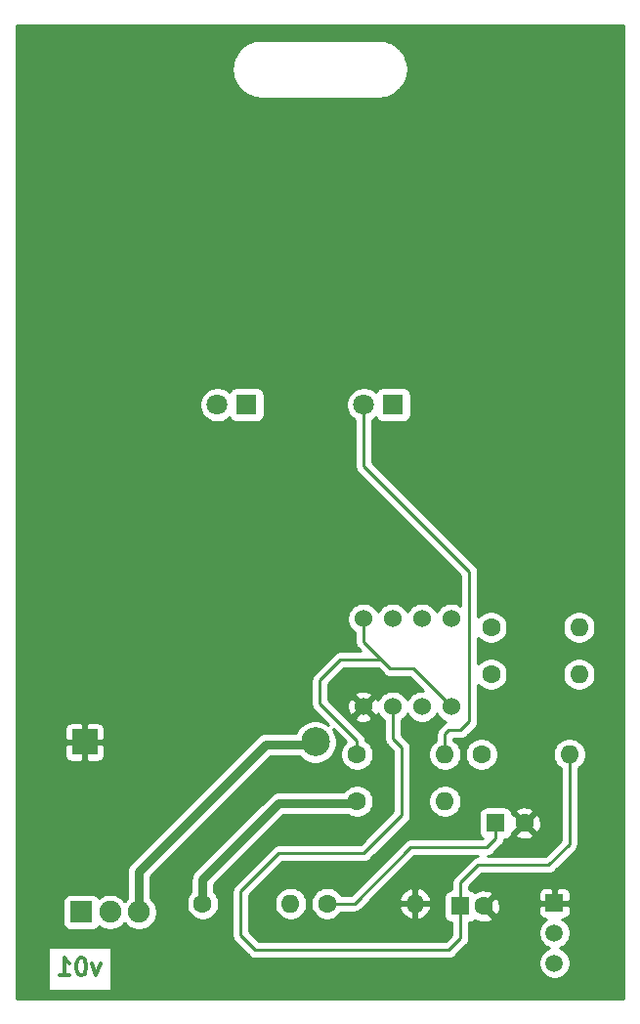
<source format=gbl>
%TF.GenerationSoftware,KiCad,Pcbnew,5.1.10*%
%TF.CreationDate,2021-10-31T07:52:44-04:00*%
%TF.ProjectId,555_badge,3535355f-6261-4646-9765-2e6b69636164,v01*%
%TF.SameCoordinates,Original*%
%TF.FileFunction,Copper,L2,Bot*%
%TF.FilePolarity,Positive*%
%FSLAX46Y46*%
G04 Gerber Fmt 4.6, Leading zero omitted, Abs format (unit mm)*
G04 Created by KiCad (PCBNEW 5.1.10) date 2021-10-31 07:52:44*
%MOMM*%
%LPD*%
G01*
G04 APERTURE LIST*
%TA.AperFunction,NonConductor*%
%ADD10C,0.300000*%
%TD*%
%TA.AperFunction,ComponentPad*%
%ADD11R,1.500000X1.500000*%
%TD*%
%TA.AperFunction,ComponentPad*%
%ADD12C,1.500000*%
%TD*%
%TA.AperFunction,ComponentPad*%
%ADD13R,2.170000X2.170000*%
%TD*%
%TA.AperFunction,ComponentPad*%
%ADD14C,2.500000*%
%TD*%
%TA.AperFunction,ComponentPad*%
%ADD15R,1.600000X1.600000*%
%TD*%
%TA.AperFunction,ComponentPad*%
%ADD16C,1.600000*%
%TD*%
%TA.AperFunction,ComponentPad*%
%ADD17R,1.800000X1.800000*%
%TD*%
%TA.AperFunction,ComponentPad*%
%ADD18C,1.800000*%
%TD*%
%TA.AperFunction,ComponentPad*%
%ADD19O,1.600000X1.600000*%
%TD*%
%TA.AperFunction,ComponentPad*%
%ADD20R,1.900000X1.900000*%
%TD*%
%TA.AperFunction,ComponentPad*%
%ADD21C,1.900000*%
%TD*%
%TA.AperFunction,ComponentPad*%
%ADD22C,1.524000*%
%TD*%
%TA.AperFunction,Conductor*%
%ADD23C,0.762000*%
%TD*%
%TA.AperFunction,Conductor*%
%ADD24C,0.254000*%
%TD*%
%TA.AperFunction,Conductor*%
%ADD25C,0.100000*%
%TD*%
G04 APERTURE END LIST*
D10*
X134881714Y-123376571D02*
X134524571Y-124376571D01*
X134167428Y-123376571D01*
X133310285Y-122876571D02*
X133167428Y-122876571D01*
X133024571Y-122948000D01*
X132953142Y-123019428D01*
X132881714Y-123162285D01*
X132810285Y-123448000D01*
X132810285Y-123805142D01*
X132881714Y-124090857D01*
X132953142Y-124233714D01*
X133024571Y-124305142D01*
X133167428Y-124376571D01*
X133310285Y-124376571D01*
X133453142Y-124305142D01*
X133524571Y-124233714D01*
X133596000Y-124090857D01*
X133667428Y-123805142D01*
X133667428Y-123448000D01*
X133596000Y-123162285D01*
X133524571Y-123019428D01*
X133453142Y-122948000D01*
X133310285Y-122876571D01*
X131381714Y-124376571D02*
X132238857Y-124376571D01*
X131810285Y-124376571D02*
X131810285Y-122876571D01*
X131953142Y-123090857D01*
X132096000Y-123233714D01*
X132238857Y-123305142D01*
D11*
%TO.P,Q1,1*%
%TO.N,GND*%
X174244000Y-118110000D03*
D12*
%TO.P,Q1,3*%
%TO.N,Net-(D1-Pad1)*%
X174244000Y-123310000D03*
%TO.P,Q1,2*%
%TO.N,Net-(Q1-Pad2)*%
X174244000Y-120710000D03*
%TD*%
D13*
%TO.P,BAT1,Neg*%
%TO.N,GND*%
X133527401Y-104165001D03*
D14*
%TO.P,BAT1,Pos*%
%TO.N,Net-(BAT1-PadPos)*%
X153527401Y-104165001D03*
%TD*%
D15*
%TO.P,C1,1*%
%TO.N,Net-(C1-Pad1)*%
X169140242Y-111185001D03*
D16*
%TO.P,C1,2*%
%TO.N,GND*%
X171640242Y-111185001D03*
%TD*%
D15*
%TO.P,C2,1*%
%TO.N,Net-(C2-Pad1)*%
X166094776Y-118385001D03*
D16*
%TO.P,C2,2*%
%TO.N,GND*%
X168094776Y-118385001D03*
%TD*%
D17*
%TO.P,D1,1*%
%TO.N,Net-(D1-Pad1)*%
X147574000Y-74930000D03*
D18*
%TO.P,D1,2*%
%TO.N,Net-(D1-Pad2)*%
X145034000Y-74930000D03*
%TD*%
%TO.P,D2,2*%
%TO.N,Net-(D2-Pad2)*%
X157734000Y-74930000D03*
D17*
%TO.P,D2,1*%
%TO.N,Net-(D1-Pad1)*%
X160274000Y-74930000D03*
%TD*%
D19*
%TO.P,R1,2*%
%TO.N,Net-(D1-Pad2)*%
X151385001Y-118145001D03*
D16*
%TO.P,R1,1*%
%TO.N,VCC*%
X143765001Y-118145001D03*
%TD*%
%TO.P,R2,1*%
%TO.N,VCC*%
X157135001Y-105235001D03*
D19*
%TO.P,R2,2*%
%TO.N,Net-(D2-Pad2)*%
X164755001Y-105235001D03*
%TD*%
D16*
%TO.P,R3,1*%
%TO.N,Net-(C1-Pad1)*%
X168745001Y-94235001D03*
D19*
%TO.P,R3,2*%
%TO.N,Net-(Q1-Pad2)*%
X176365001Y-94235001D03*
%TD*%
%TO.P,R4,2*%
%TO.N,GND*%
X162155001Y-118145001D03*
D16*
%TO.P,R4,1*%
%TO.N,Net-(C1-Pad1)*%
X154535001Y-118145001D03*
%TD*%
%TO.P,R5,1*%
%TO.N,Net-(R5-Pad1)*%
X168745001Y-98285001D03*
D19*
%TO.P,R5,2*%
%TO.N,Net-(C1-Pad1)*%
X176365001Y-98285001D03*
%TD*%
%TO.P,R6,2*%
%TO.N,Net-(R6-Pad2)*%
X164755001Y-109285001D03*
D16*
%TO.P,R6,1*%
%TO.N,VCC*%
X157135001Y-109285001D03*
%TD*%
%TO.P,R7,1*%
%TO.N,Net-(R6-Pad2)*%
X167905001Y-105235001D03*
D19*
%TO.P,R7,2*%
%TO.N,Net-(C2-Pad1)*%
X175525001Y-105235001D03*
%TD*%
D20*
%TO.P,S1,1*%
%TO.N,Net-(S1-Pad1)*%
X133235001Y-118895001D03*
D21*
%TO.P,S1,2*%
%TO.N,VCC*%
X135735001Y-118895001D03*
%TO.P,S1,3*%
%TO.N,Net-(BAT1-PadPos)*%
X138235001Y-118895001D03*
%TD*%
D22*
%TO.P,U1,1*%
%TO.N,GND*%
X157685601Y-101092000D03*
%TO.P,U1,2*%
%TO.N,Net-(C2-Pad1)*%
X160225601Y-101092000D03*
%TO.P,U1,3*%
%TO.N,Net-(R5-Pad1)*%
X162765601Y-101092000D03*
%TO.P,U1,4*%
%TO.N,VCC*%
X165305601Y-101092000D03*
%TO.P,U1,5*%
%TO.N,Net-(U1-Pad5)*%
X165305601Y-93472000D03*
%TO.P,U1,6*%
%TO.N,Net-(C2-Pad1)*%
X162765601Y-93472000D03*
%TO.P,U1,7*%
%TO.N,Net-(R6-Pad2)*%
X160225601Y-93472000D03*
%TO.P,U1,8*%
%TO.N,VCC*%
X157685601Y-93472000D03*
%TD*%
D23*
%TO.N,Net-(BAT1-PadPos)*%
X138235001Y-118895001D02*
X138235001Y-115375001D01*
X138235001Y-115375001D02*
X149216002Y-104394000D01*
X153298402Y-104394000D02*
X153527401Y-104165001D01*
X149216002Y-104394000D02*
X153298402Y-104394000D01*
D24*
%TO.N,Net-(C1-Pad1)*%
X154535001Y-118145001D02*
X156936999Y-118145001D01*
X156936999Y-118145001D02*
X161798000Y-113284000D01*
X161798000Y-113284000D02*
X168402000Y-113284000D01*
X169140242Y-112545758D02*
X169140242Y-111185001D01*
X168402000Y-113284000D02*
X169140242Y-112545758D01*
%TO.N,Net-(C2-Pad1)*%
X166094776Y-118385001D02*
X166094776Y-116353224D01*
X166094776Y-116353224D02*
X167640000Y-114808000D01*
X167640000Y-114808000D02*
X173736000Y-114808000D01*
X175525001Y-113018999D02*
X175525001Y-105235001D01*
X173736000Y-114808000D02*
X175525001Y-113018999D01*
X166094776Y-118385001D02*
X166094776Y-121179224D01*
X166094776Y-121179224D02*
X165100000Y-122174000D01*
X165100000Y-122174000D02*
X148336000Y-122174000D01*
X148336000Y-122174000D02*
X147066000Y-120904000D01*
X147066000Y-120904000D02*
X147066000Y-117094000D01*
X147066000Y-117094000D02*
X150368000Y-113792000D01*
X150368000Y-113792000D02*
X157734000Y-113792000D01*
X157734000Y-113792000D02*
X161036000Y-110490000D01*
X161036000Y-110490000D02*
X161036000Y-104648000D01*
X160225601Y-103837601D02*
X160225601Y-101092000D01*
X161036000Y-104648000D02*
X160225601Y-103837601D01*
%TO.N,Net-(D2-Pad2)*%
X166878000Y-89408000D02*
X157734000Y-80264000D01*
X166116000Y-103124000D02*
X166878000Y-102362000D01*
X157734000Y-80264000D02*
X157734000Y-74930000D01*
X166878000Y-102362000D02*
X166878000Y-89408000D01*
X165100000Y-103124000D02*
X166116000Y-103124000D01*
X164755001Y-103468999D02*
X165100000Y-103124000D01*
X164755001Y-105235001D02*
X164755001Y-103468999D01*
D23*
%TO.N,VCC*%
X143765001Y-118145001D02*
X143765001Y-116079001D01*
X143765001Y-116079001D02*
X150370002Y-109474000D01*
X156946002Y-109474000D02*
X157135001Y-109285001D01*
X150370002Y-109474000D02*
X156946002Y-109474000D01*
D24*
X157685601Y-93472000D02*
X157685601Y-95455601D01*
X162003601Y-97790000D02*
X165305601Y-101092000D01*
X160020000Y-97790000D02*
X162003601Y-97790000D01*
X157135001Y-105235001D02*
X157135001Y-104049001D01*
X157135001Y-104049001D02*
X153924000Y-100838000D01*
X153924000Y-100838000D02*
X153924000Y-98806000D01*
X155702000Y-97028000D02*
X159258000Y-97028000D01*
X153924000Y-98806000D02*
X155702000Y-97028000D01*
X159258000Y-97028000D02*
X160020000Y-97790000D01*
X157685601Y-95455601D02*
X159258000Y-97028000D01*
%TD*%
%TO.N,GND*%
X180200301Y-126352300D02*
X127647700Y-126352300D01*
X127647700Y-121908000D01*
X130311000Y-121908000D01*
X130311000Y-125728000D01*
X135881000Y-125728000D01*
X135881000Y-121908000D01*
X130311000Y-121908000D01*
X127647700Y-121908000D01*
X127647700Y-117945001D01*
X131646929Y-117945001D01*
X131646929Y-119845001D01*
X131659189Y-119969483D01*
X131695499Y-120089181D01*
X131754464Y-120199495D01*
X131833816Y-120296186D01*
X131930507Y-120375538D01*
X132040821Y-120434503D01*
X132160519Y-120470813D01*
X132285001Y-120483073D01*
X134185001Y-120483073D01*
X134309483Y-120470813D01*
X134429181Y-120434503D01*
X134539495Y-120375538D01*
X134636186Y-120296186D01*
X134715538Y-120199495D01*
X134746815Y-120140980D01*
X134984222Y-120299610D01*
X135272674Y-120419090D01*
X135578892Y-120480001D01*
X135891110Y-120480001D01*
X136197328Y-120419090D01*
X136485780Y-120299610D01*
X136745380Y-120126151D01*
X136966151Y-119905380D01*
X136985001Y-119877169D01*
X137003851Y-119905380D01*
X137224622Y-120126151D01*
X137484222Y-120299610D01*
X137772674Y-120419090D01*
X138078892Y-120480001D01*
X138391110Y-120480001D01*
X138697328Y-120419090D01*
X138985780Y-120299610D01*
X139245380Y-120126151D01*
X139466151Y-119905380D01*
X139639610Y-119645780D01*
X139759090Y-119357328D01*
X139820001Y-119051110D01*
X139820001Y-118738892D01*
X139759090Y-118432674D01*
X139639610Y-118144222D01*
X139545694Y-118003666D01*
X142330001Y-118003666D01*
X142330001Y-118286336D01*
X142385148Y-118563575D01*
X142493321Y-118824728D01*
X142650364Y-119059760D01*
X142850242Y-119259638D01*
X143085274Y-119416681D01*
X143346427Y-119524854D01*
X143623666Y-119580001D01*
X143906336Y-119580001D01*
X144183575Y-119524854D01*
X144444728Y-119416681D01*
X144679760Y-119259638D01*
X144879638Y-119059760D01*
X145036681Y-118824728D01*
X145144854Y-118563575D01*
X145200001Y-118286336D01*
X145200001Y-118003666D01*
X145144854Y-117726427D01*
X145036681Y-117465274D01*
X144879638Y-117230242D01*
X144781001Y-117131605D01*
X144781001Y-116499841D01*
X150790843Y-110490000D01*
X156355479Y-110490000D01*
X156455274Y-110556681D01*
X156716427Y-110664854D01*
X156993666Y-110720001D01*
X157276336Y-110720001D01*
X157553575Y-110664854D01*
X157814728Y-110556681D01*
X158049760Y-110399638D01*
X158249638Y-110199760D01*
X158406681Y-109964728D01*
X158514854Y-109703575D01*
X158570001Y-109426336D01*
X158570001Y-109143666D01*
X158514854Y-108866427D01*
X158406681Y-108605274D01*
X158249638Y-108370242D01*
X158049760Y-108170364D01*
X157814728Y-108013321D01*
X157553575Y-107905148D01*
X157276336Y-107850001D01*
X156993666Y-107850001D01*
X156716427Y-107905148D01*
X156455274Y-108013321D01*
X156220242Y-108170364D01*
X156020364Y-108370242D01*
X155961726Y-108458000D01*
X150419904Y-108458000D01*
X150370002Y-108453085D01*
X150320100Y-108458000D01*
X150170831Y-108472702D01*
X149979315Y-108530798D01*
X149802812Y-108625140D01*
X149648106Y-108752104D01*
X149616295Y-108790866D01*
X143081869Y-115325293D01*
X143043106Y-115357105D01*
X142916142Y-115511811D01*
X142867802Y-115602250D01*
X142821800Y-115688314D01*
X142763703Y-115879831D01*
X142744086Y-116079001D01*
X142749002Y-116128912D01*
X142749001Y-117131605D01*
X142650364Y-117230242D01*
X142493321Y-117465274D01*
X142385148Y-117726427D01*
X142330001Y-118003666D01*
X139545694Y-118003666D01*
X139466151Y-117884622D01*
X139251001Y-117669472D01*
X139251001Y-115795841D01*
X149636843Y-105410000D01*
X152106607Y-105410000D01*
X152325783Y-105629176D01*
X152634519Y-105835467D01*
X152977567Y-105977562D01*
X153341745Y-106050001D01*
X153713057Y-106050001D01*
X154077235Y-105977562D01*
X154420283Y-105835467D01*
X154729019Y-105629176D01*
X154991576Y-105366619D01*
X155197867Y-105057883D01*
X155339962Y-104714835D01*
X155412401Y-104350657D01*
X155412401Y-103979345D01*
X155339962Y-103615167D01*
X155197867Y-103272119D01*
X155031494Y-103023125D01*
X156174488Y-104166118D01*
X156020364Y-104320242D01*
X155863321Y-104555274D01*
X155755148Y-104816427D01*
X155700001Y-105093666D01*
X155700001Y-105376336D01*
X155755148Y-105653575D01*
X155863321Y-105914728D01*
X156020364Y-106149760D01*
X156220242Y-106349638D01*
X156455274Y-106506681D01*
X156716427Y-106614854D01*
X156993666Y-106670001D01*
X157276336Y-106670001D01*
X157553575Y-106614854D01*
X157814728Y-106506681D01*
X158049760Y-106349638D01*
X158249638Y-106149760D01*
X158406681Y-105914728D01*
X158514854Y-105653575D01*
X158570001Y-105376336D01*
X158570001Y-105093666D01*
X158514854Y-104816427D01*
X158406681Y-104555274D01*
X158249638Y-104320242D01*
X158049760Y-104120364D01*
X157897709Y-104018767D01*
X157896187Y-104003313D01*
X157885975Y-103899623D01*
X157842403Y-103755986D01*
X157771646Y-103623609D01*
X157676423Y-103507579D01*
X157647353Y-103483722D01*
X156221196Y-102057565D01*
X156899641Y-102057565D01*
X156966621Y-102297656D01*
X157215649Y-102414756D01*
X157482736Y-102481023D01*
X157757618Y-102493910D01*
X158029734Y-102452922D01*
X158288624Y-102359636D01*
X158404581Y-102297656D01*
X158471561Y-102057565D01*
X157685601Y-101271605D01*
X156899641Y-102057565D01*
X156221196Y-102057565D01*
X155327648Y-101164017D01*
X156283691Y-101164017D01*
X156324679Y-101436133D01*
X156417965Y-101695023D01*
X156479945Y-101810980D01*
X156720036Y-101877960D01*
X157505996Y-101092000D01*
X156720036Y-100306040D01*
X156479945Y-100373020D01*
X156362845Y-100622048D01*
X156296578Y-100889135D01*
X156283691Y-101164017D01*
X155327648Y-101164017D01*
X154686000Y-100522370D01*
X154686000Y-100126435D01*
X156899641Y-100126435D01*
X157685601Y-100912395D01*
X158471561Y-100126435D01*
X158404581Y-99886344D01*
X158155553Y-99769244D01*
X157888466Y-99702977D01*
X157613584Y-99690090D01*
X157341468Y-99731078D01*
X157082578Y-99824364D01*
X156966621Y-99886344D01*
X156899641Y-100126435D01*
X154686000Y-100126435D01*
X154686000Y-99121630D01*
X156017630Y-97790000D01*
X158942370Y-97790000D01*
X159454720Y-98302351D01*
X159478578Y-98331422D01*
X159507648Y-98355279D01*
X159594607Y-98426645D01*
X159665364Y-98464465D01*
X159726985Y-98497402D01*
X159870622Y-98540974D01*
X159982574Y-98552000D01*
X159982577Y-98552000D01*
X160020000Y-98555686D01*
X160057423Y-98552000D01*
X161687971Y-98552000D01*
X162830971Y-99695000D01*
X162628009Y-99695000D01*
X162358111Y-99748686D01*
X162103874Y-99853995D01*
X161875066Y-100006880D01*
X161680481Y-100201465D01*
X161527596Y-100430273D01*
X161495601Y-100507515D01*
X161463606Y-100430273D01*
X161310721Y-100201465D01*
X161116136Y-100006880D01*
X160887328Y-99853995D01*
X160633091Y-99748686D01*
X160363193Y-99695000D01*
X160088009Y-99695000D01*
X159818111Y-99748686D01*
X159563874Y-99853995D01*
X159335066Y-100006880D01*
X159140481Y-100201465D01*
X158987596Y-100430273D01*
X158957909Y-100501943D01*
X158953237Y-100488977D01*
X158891257Y-100373020D01*
X158651166Y-100306040D01*
X157865206Y-101092000D01*
X158651166Y-101877960D01*
X158891257Y-101810980D01*
X158955086Y-101675240D01*
X158987596Y-101753727D01*
X159140481Y-101982535D01*
X159335066Y-102177120D01*
X159463602Y-102263005D01*
X159463601Y-103800178D01*
X159459915Y-103837601D01*
X159463601Y-103875024D01*
X159463601Y-103875026D01*
X159474627Y-103986978D01*
X159518199Y-104130615D01*
X159536579Y-104165002D01*
X159588956Y-104262993D01*
X159628584Y-104311279D01*
X159684179Y-104379023D01*
X159713254Y-104402885D01*
X160274001Y-104963632D01*
X160274000Y-110174369D01*
X157418370Y-113030000D01*
X150405422Y-113030000D01*
X150367999Y-113026314D01*
X150330576Y-113030000D01*
X150330574Y-113030000D01*
X150218622Y-113041026D01*
X150074985Y-113084598D01*
X149942608Y-113155355D01*
X149826578Y-113250578D01*
X149802721Y-113279648D01*
X146553649Y-116528721D01*
X146524579Y-116552578D01*
X146500722Y-116581648D01*
X146500721Y-116581649D01*
X146429355Y-116668608D01*
X146358599Y-116800985D01*
X146315027Y-116944622D01*
X146300314Y-117094000D01*
X146304001Y-117131433D01*
X146304000Y-120866577D01*
X146300314Y-120904000D01*
X146304000Y-120941423D01*
X146304000Y-120941425D01*
X146315026Y-121053377D01*
X146358598Y-121197014D01*
X146358599Y-121197015D01*
X146429355Y-121329392D01*
X146459434Y-121366043D01*
X146524578Y-121445422D01*
X146553654Y-121469284D01*
X147770721Y-122686352D01*
X147794578Y-122715422D01*
X147910608Y-122810645D01*
X148042985Y-122881402D01*
X148186622Y-122924974D01*
X148298574Y-122936000D01*
X148298576Y-122936000D01*
X148335999Y-122939686D01*
X148373422Y-122936000D01*
X165062577Y-122936000D01*
X165100000Y-122939686D01*
X165137423Y-122936000D01*
X165137426Y-122936000D01*
X165249378Y-122924974D01*
X165393015Y-122881402D01*
X165525392Y-122810645D01*
X165641422Y-122715422D01*
X165665284Y-122686346D01*
X166607122Y-121744508D01*
X166636198Y-121720646D01*
X166696633Y-121647005D01*
X166731421Y-121604617D01*
X166802177Y-121472240D01*
X166802178Y-121472239D01*
X166845750Y-121328602D01*
X166856776Y-121216650D01*
X166856776Y-121216647D01*
X166860462Y-121179224D01*
X166856776Y-121141801D01*
X166856776Y-119823073D01*
X166894776Y-119823073D01*
X167019258Y-119810813D01*
X167138956Y-119774503D01*
X167249270Y-119715538D01*
X167345961Y-119636186D01*
X167356583Y-119623243D01*
X167608772Y-119742572D01*
X167882960Y-119811301D01*
X168165288Y-119825218D01*
X168444906Y-119783788D01*
X168711068Y-119688604D01*
X168836290Y-119621672D01*
X168907873Y-119377703D01*
X168094776Y-118564606D01*
X168080634Y-118578749D01*
X167901029Y-118399144D01*
X167915171Y-118385001D01*
X168274381Y-118385001D01*
X169087478Y-119198098D01*
X169331447Y-119126515D01*
X169452347Y-118871005D01*
X169455105Y-118860000D01*
X172855928Y-118860000D01*
X172868188Y-118984482D01*
X172904498Y-119104180D01*
X172963463Y-119214494D01*
X173042815Y-119311185D01*
X173139506Y-119390537D01*
X173249820Y-119449502D01*
X173369518Y-119485812D01*
X173494000Y-119498072D01*
X173565554Y-119497599D01*
X173361114Y-119634201D01*
X173168201Y-119827114D01*
X173016629Y-120053957D01*
X172912225Y-120306011D01*
X172859000Y-120573589D01*
X172859000Y-120846411D01*
X172912225Y-121113989D01*
X173016629Y-121366043D01*
X173168201Y-121592886D01*
X173361114Y-121785799D01*
X173587957Y-121937371D01*
X173763299Y-122010000D01*
X173587957Y-122082629D01*
X173361114Y-122234201D01*
X173168201Y-122427114D01*
X173016629Y-122653957D01*
X172912225Y-122906011D01*
X172859000Y-123173589D01*
X172859000Y-123446411D01*
X172912225Y-123713989D01*
X173016629Y-123966043D01*
X173168201Y-124192886D01*
X173361114Y-124385799D01*
X173587957Y-124537371D01*
X173840011Y-124641775D01*
X174107589Y-124695000D01*
X174380411Y-124695000D01*
X174647989Y-124641775D01*
X174900043Y-124537371D01*
X175126886Y-124385799D01*
X175319799Y-124192886D01*
X175471371Y-123966043D01*
X175575775Y-123713989D01*
X175629000Y-123446411D01*
X175629000Y-123173589D01*
X175575775Y-122906011D01*
X175471371Y-122653957D01*
X175319799Y-122427114D01*
X175126886Y-122234201D01*
X174900043Y-122082629D01*
X174724701Y-122010000D01*
X174900043Y-121937371D01*
X175126886Y-121785799D01*
X175319799Y-121592886D01*
X175471371Y-121366043D01*
X175575775Y-121113989D01*
X175629000Y-120846411D01*
X175629000Y-120573589D01*
X175575775Y-120306011D01*
X175471371Y-120053957D01*
X175319799Y-119827114D01*
X175126886Y-119634201D01*
X174922446Y-119497599D01*
X174994000Y-119498072D01*
X175118482Y-119485812D01*
X175238180Y-119449502D01*
X175348494Y-119390537D01*
X175445185Y-119311185D01*
X175524537Y-119214494D01*
X175583502Y-119104180D01*
X175619812Y-118984482D01*
X175632072Y-118860000D01*
X175629000Y-118395750D01*
X175470250Y-118237000D01*
X174371000Y-118237000D01*
X174371000Y-118257000D01*
X174117000Y-118257000D01*
X174117000Y-118237000D01*
X173017750Y-118237000D01*
X172859000Y-118395750D01*
X172855928Y-118860000D01*
X169455105Y-118860000D01*
X169521076Y-118596817D01*
X169534993Y-118314489D01*
X169493563Y-118034871D01*
X169398379Y-117768709D01*
X169331447Y-117643487D01*
X169087478Y-117571904D01*
X168274381Y-118385001D01*
X167915171Y-118385001D01*
X167901029Y-118370859D01*
X168080634Y-118191254D01*
X168094776Y-118205396D01*
X168907873Y-117392299D01*
X168898397Y-117360000D01*
X172855928Y-117360000D01*
X172859000Y-117824250D01*
X173017750Y-117983000D01*
X174117000Y-117983000D01*
X174117000Y-116883750D01*
X174371000Y-116883750D01*
X174371000Y-117983000D01*
X175470250Y-117983000D01*
X175629000Y-117824250D01*
X175632072Y-117360000D01*
X175619812Y-117235518D01*
X175583502Y-117115820D01*
X175524537Y-117005506D01*
X175445185Y-116908815D01*
X175348494Y-116829463D01*
X175238180Y-116770498D01*
X175118482Y-116734188D01*
X174994000Y-116721928D01*
X174529750Y-116725000D01*
X174371000Y-116883750D01*
X174117000Y-116883750D01*
X173958250Y-116725000D01*
X173494000Y-116721928D01*
X173369518Y-116734188D01*
X173249820Y-116770498D01*
X173139506Y-116829463D01*
X173042815Y-116908815D01*
X172963463Y-117005506D01*
X172904498Y-117115820D01*
X172868188Y-117235518D01*
X172855928Y-117360000D01*
X168898397Y-117360000D01*
X168836290Y-117148330D01*
X168580780Y-117027430D01*
X168306592Y-116958701D01*
X168024264Y-116944784D01*
X167744646Y-116986214D01*
X167478484Y-117081398D01*
X167356467Y-117146617D01*
X167345961Y-117133816D01*
X167249270Y-117054464D01*
X167138956Y-116995499D01*
X167019258Y-116959189D01*
X166894776Y-116946929D01*
X166856776Y-116946929D01*
X166856776Y-116668854D01*
X167955631Y-115570000D01*
X173698577Y-115570000D01*
X173736000Y-115573686D01*
X173773423Y-115570000D01*
X173773426Y-115570000D01*
X173885378Y-115558974D01*
X174029015Y-115515402D01*
X174161392Y-115444645D01*
X174277422Y-115349422D01*
X174301284Y-115320346D01*
X176037354Y-113584277D01*
X176066423Y-113560421D01*
X176161646Y-113444391D01*
X176232403Y-113312014D01*
X176275975Y-113168377D01*
X176287001Y-113056425D01*
X176287001Y-113056416D01*
X176290686Y-113019000D01*
X176287001Y-112981584D01*
X176287001Y-106451708D01*
X176439760Y-106349638D01*
X176639638Y-106149760D01*
X176796681Y-105914728D01*
X176904854Y-105653575D01*
X176960001Y-105376336D01*
X176960001Y-105093666D01*
X176904854Y-104816427D01*
X176796681Y-104555274D01*
X176639638Y-104320242D01*
X176439760Y-104120364D01*
X176204728Y-103963321D01*
X175943575Y-103855148D01*
X175666336Y-103800001D01*
X175383666Y-103800001D01*
X175106427Y-103855148D01*
X174845274Y-103963321D01*
X174610242Y-104120364D01*
X174410364Y-104320242D01*
X174253321Y-104555274D01*
X174145148Y-104816427D01*
X174090001Y-105093666D01*
X174090001Y-105376336D01*
X174145148Y-105653575D01*
X174253321Y-105914728D01*
X174410364Y-106149760D01*
X174610242Y-106349638D01*
X174763002Y-106451709D01*
X174763001Y-112703368D01*
X173420370Y-114046000D01*
X168439426Y-114046000D01*
X168551378Y-114034974D01*
X168695015Y-113991402D01*
X168827392Y-113920645D01*
X168943422Y-113825422D01*
X168967284Y-113796347D01*
X169652595Y-113111036D01*
X169681664Y-113087180D01*
X169719541Y-113041027D01*
X169776887Y-112971151D01*
X169847643Y-112838774D01*
X169847644Y-112838773D01*
X169891216Y-112695136D01*
X169898313Y-112623073D01*
X169940242Y-112623073D01*
X170064724Y-112610813D01*
X170184422Y-112574503D01*
X170294736Y-112515538D01*
X170391427Y-112436186D01*
X170470779Y-112339495D01*
X170529744Y-112229181D01*
X170545359Y-112177703D01*
X170827145Y-112177703D01*
X170898728Y-112421672D01*
X171154238Y-112542572D01*
X171428426Y-112611301D01*
X171710754Y-112625218D01*
X171990372Y-112583788D01*
X172256534Y-112488604D01*
X172381756Y-112421672D01*
X172453339Y-112177703D01*
X171640242Y-111364606D01*
X170827145Y-112177703D01*
X170545359Y-112177703D01*
X170566054Y-112109483D01*
X170578314Y-111985001D01*
X170578314Y-111977786D01*
X170647540Y-111998098D01*
X171460637Y-111185001D01*
X171819847Y-111185001D01*
X172632944Y-111998098D01*
X172876913Y-111926515D01*
X172997813Y-111671005D01*
X173066542Y-111396817D01*
X173080459Y-111114489D01*
X173039029Y-110834871D01*
X172943845Y-110568709D01*
X172876913Y-110443487D01*
X172632944Y-110371904D01*
X171819847Y-111185001D01*
X171460637Y-111185001D01*
X170647540Y-110371904D01*
X170578314Y-110392216D01*
X170578314Y-110385001D01*
X170566054Y-110260519D01*
X170545360Y-110192299D01*
X170827145Y-110192299D01*
X171640242Y-111005396D01*
X172453339Y-110192299D01*
X172381756Y-109948330D01*
X172126246Y-109827430D01*
X171852058Y-109758701D01*
X171569730Y-109744784D01*
X171290112Y-109786214D01*
X171023950Y-109881398D01*
X170898728Y-109948330D01*
X170827145Y-110192299D01*
X170545360Y-110192299D01*
X170529744Y-110140821D01*
X170470779Y-110030507D01*
X170391427Y-109933816D01*
X170294736Y-109854464D01*
X170184422Y-109795499D01*
X170064724Y-109759189D01*
X169940242Y-109746929D01*
X168340242Y-109746929D01*
X168215760Y-109759189D01*
X168096062Y-109795499D01*
X167985748Y-109854464D01*
X167889057Y-109933816D01*
X167809705Y-110030507D01*
X167750740Y-110140821D01*
X167714430Y-110260519D01*
X167702170Y-110385001D01*
X167702170Y-111985001D01*
X167714430Y-112109483D01*
X167750740Y-112229181D01*
X167809705Y-112339495D01*
X167889057Y-112436186D01*
X167985748Y-112515538D01*
X167997837Y-112522000D01*
X161835423Y-112522000D01*
X161798000Y-112518314D01*
X161760577Y-112522000D01*
X161760574Y-112522000D01*
X161648622Y-112533026D01*
X161504985Y-112576598D01*
X161443364Y-112609535D01*
X161372607Y-112647355D01*
X161330219Y-112682143D01*
X161256578Y-112742578D01*
X161232716Y-112771654D01*
X156621369Y-117383001D01*
X155751708Y-117383001D01*
X155649638Y-117230242D01*
X155449760Y-117030364D01*
X155214728Y-116873321D01*
X154953575Y-116765148D01*
X154676336Y-116710001D01*
X154393666Y-116710001D01*
X154116427Y-116765148D01*
X153855274Y-116873321D01*
X153620242Y-117030364D01*
X153420364Y-117230242D01*
X153263321Y-117465274D01*
X153155148Y-117726427D01*
X153100001Y-118003666D01*
X153100001Y-118286336D01*
X153155148Y-118563575D01*
X153263321Y-118824728D01*
X153420364Y-119059760D01*
X153620242Y-119259638D01*
X153855274Y-119416681D01*
X154116427Y-119524854D01*
X154393666Y-119580001D01*
X154676336Y-119580001D01*
X154953575Y-119524854D01*
X155214728Y-119416681D01*
X155449760Y-119259638D01*
X155649638Y-119059760D01*
X155751708Y-118907001D01*
X156899576Y-118907001D01*
X156936999Y-118910687D01*
X156974422Y-118907001D01*
X156974425Y-118907001D01*
X157086377Y-118895975D01*
X157230014Y-118852403D01*
X157362391Y-118781646D01*
X157478421Y-118686423D01*
X157502283Y-118657347D01*
X157665590Y-118494040D01*
X160763097Y-118494040D01*
X160803755Y-118628088D01*
X160923964Y-118882421D01*
X161091482Y-119108415D01*
X161299870Y-119297386D01*
X161541120Y-119442071D01*
X161805961Y-119536910D01*
X162028001Y-119415625D01*
X162028001Y-118272001D01*
X162282001Y-118272001D01*
X162282001Y-119415625D01*
X162504041Y-119536910D01*
X162768882Y-119442071D01*
X163010132Y-119297386D01*
X163218520Y-119108415D01*
X163386038Y-118882421D01*
X163506247Y-118628088D01*
X163546905Y-118494040D01*
X163424916Y-118272001D01*
X162282001Y-118272001D01*
X162028001Y-118272001D01*
X160885086Y-118272001D01*
X160763097Y-118494040D01*
X157665590Y-118494040D01*
X158363668Y-117795962D01*
X160763097Y-117795962D01*
X160885086Y-118018001D01*
X162028001Y-118018001D01*
X162028001Y-116874377D01*
X162282001Y-116874377D01*
X162282001Y-118018001D01*
X163424916Y-118018001D01*
X163546905Y-117795962D01*
X163506247Y-117661914D01*
X163386038Y-117407581D01*
X163218520Y-117181587D01*
X163010132Y-116992616D01*
X162768882Y-116847931D01*
X162504041Y-116753092D01*
X162282001Y-116874377D01*
X162028001Y-116874377D01*
X161805961Y-116753092D01*
X161541120Y-116847931D01*
X161299870Y-116992616D01*
X161091482Y-117181587D01*
X160923964Y-117407581D01*
X160803755Y-117661914D01*
X160763097Y-117795962D01*
X158363668Y-117795962D01*
X162113630Y-114046000D01*
X167602574Y-114046000D01*
X167490622Y-114057026D01*
X167346985Y-114100598D01*
X167285364Y-114133535D01*
X167214607Y-114171355D01*
X167158510Y-114217393D01*
X167098578Y-114266578D01*
X167074721Y-114295648D01*
X165582425Y-115787945D01*
X165553355Y-115811802D01*
X165529498Y-115840872D01*
X165529497Y-115840873D01*
X165458131Y-115927832D01*
X165387375Y-116060209D01*
X165343803Y-116203846D01*
X165329090Y-116353224D01*
X165332777Y-116390657D01*
X165332777Y-116946929D01*
X165294776Y-116946929D01*
X165170294Y-116959189D01*
X165050596Y-116995499D01*
X164940282Y-117054464D01*
X164843591Y-117133816D01*
X164764239Y-117230507D01*
X164705274Y-117340821D01*
X164668964Y-117460519D01*
X164656704Y-117585001D01*
X164656704Y-119185001D01*
X164668964Y-119309483D01*
X164705274Y-119429181D01*
X164764239Y-119539495D01*
X164843591Y-119636186D01*
X164940282Y-119715538D01*
X165050596Y-119774503D01*
X165170294Y-119810813D01*
X165294776Y-119823073D01*
X165332777Y-119823073D01*
X165332777Y-120863593D01*
X164784370Y-121412000D01*
X148651631Y-121412000D01*
X147828000Y-120588370D01*
X147828000Y-118003666D01*
X149950001Y-118003666D01*
X149950001Y-118286336D01*
X150005148Y-118563575D01*
X150113321Y-118824728D01*
X150270364Y-119059760D01*
X150470242Y-119259638D01*
X150705274Y-119416681D01*
X150966427Y-119524854D01*
X151243666Y-119580001D01*
X151526336Y-119580001D01*
X151803575Y-119524854D01*
X152064728Y-119416681D01*
X152299760Y-119259638D01*
X152499638Y-119059760D01*
X152656681Y-118824728D01*
X152764854Y-118563575D01*
X152820001Y-118286336D01*
X152820001Y-118003666D01*
X152764854Y-117726427D01*
X152656681Y-117465274D01*
X152499638Y-117230242D01*
X152299760Y-117030364D01*
X152064728Y-116873321D01*
X151803575Y-116765148D01*
X151526336Y-116710001D01*
X151243666Y-116710001D01*
X150966427Y-116765148D01*
X150705274Y-116873321D01*
X150470242Y-117030364D01*
X150270364Y-117230242D01*
X150113321Y-117465274D01*
X150005148Y-117726427D01*
X149950001Y-118003666D01*
X147828000Y-118003666D01*
X147828000Y-117409630D01*
X150683631Y-114554000D01*
X157696577Y-114554000D01*
X157734000Y-114557686D01*
X157771423Y-114554000D01*
X157771426Y-114554000D01*
X157883378Y-114542974D01*
X158027015Y-114499402D01*
X158159392Y-114428645D01*
X158275422Y-114333422D01*
X158299284Y-114304346D01*
X161548353Y-111055278D01*
X161577422Y-111031422D01*
X161672645Y-110915392D01*
X161743402Y-110783015D01*
X161786974Y-110639378D01*
X161798000Y-110527426D01*
X161798000Y-110527424D01*
X161801686Y-110490001D01*
X161798000Y-110452578D01*
X161798000Y-109143666D01*
X163320001Y-109143666D01*
X163320001Y-109426336D01*
X163375148Y-109703575D01*
X163483321Y-109964728D01*
X163640364Y-110199760D01*
X163840242Y-110399638D01*
X164075274Y-110556681D01*
X164336427Y-110664854D01*
X164613666Y-110720001D01*
X164896336Y-110720001D01*
X165173575Y-110664854D01*
X165434728Y-110556681D01*
X165669760Y-110399638D01*
X165869638Y-110199760D01*
X166026681Y-109964728D01*
X166134854Y-109703575D01*
X166190001Y-109426336D01*
X166190001Y-109143666D01*
X166134854Y-108866427D01*
X166026681Y-108605274D01*
X165869638Y-108370242D01*
X165669760Y-108170364D01*
X165434728Y-108013321D01*
X165173575Y-107905148D01*
X164896336Y-107850001D01*
X164613666Y-107850001D01*
X164336427Y-107905148D01*
X164075274Y-108013321D01*
X163840242Y-108170364D01*
X163640364Y-108370242D01*
X163483321Y-108605274D01*
X163375148Y-108866427D01*
X163320001Y-109143666D01*
X161798000Y-109143666D01*
X161798000Y-104685422D01*
X161801686Y-104647999D01*
X161797282Y-104603287D01*
X161786974Y-104498622D01*
X161743402Y-104354985D01*
X161672645Y-104222608D01*
X161577422Y-104106578D01*
X161548351Y-104082720D01*
X160987601Y-103521971D01*
X160987601Y-102263005D01*
X161116136Y-102177120D01*
X161310721Y-101982535D01*
X161463606Y-101753727D01*
X161495601Y-101676485D01*
X161527596Y-101753727D01*
X161680481Y-101982535D01*
X161875066Y-102177120D01*
X162103874Y-102330005D01*
X162358111Y-102435314D01*
X162628009Y-102489000D01*
X162903193Y-102489000D01*
X163173091Y-102435314D01*
X163427328Y-102330005D01*
X163656136Y-102177120D01*
X163850721Y-101982535D01*
X164003606Y-101753727D01*
X164035601Y-101676485D01*
X164067596Y-101753727D01*
X164220481Y-101982535D01*
X164415066Y-102177120D01*
X164643874Y-102330005D01*
X164833505Y-102408553D01*
X164806985Y-102416598D01*
X164674608Y-102487355D01*
X164558578Y-102582578D01*
X164534716Y-102611654D01*
X164242650Y-102903720D01*
X164213580Y-102927577D01*
X164189723Y-102956647D01*
X164189722Y-102956648D01*
X164118356Y-103043607D01*
X164047600Y-103175984D01*
X164004028Y-103319621D01*
X163989315Y-103468999D01*
X163993002Y-103506432D01*
X163993002Y-104018293D01*
X163840242Y-104120364D01*
X163640364Y-104320242D01*
X163483321Y-104555274D01*
X163375148Y-104816427D01*
X163320001Y-105093666D01*
X163320001Y-105376336D01*
X163375148Y-105653575D01*
X163483321Y-105914728D01*
X163640364Y-106149760D01*
X163840242Y-106349638D01*
X164075274Y-106506681D01*
X164336427Y-106614854D01*
X164613666Y-106670001D01*
X164896336Y-106670001D01*
X165173575Y-106614854D01*
X165434728Y-106506681D01*
X165669760Y-106349638D01*
X165869638Y-106149760D01*
X166026681Y-105914728D01*
X166134854Y-105653575D01*
X166190001Y-105376336D01*
X166190001Y-105093666D01*
X166470001Y-105093666D01*
X166470001Y-105376336D01*
X166525148Y-105653575D01*
X166633321Y-105914728D01*
X166790364Y-106149760D01*
X166990242Y-106349638D01*
X167225274Y-106506681D01*
X167486427Y-106614854D01*
X167763666Y-106670001D01*
X168046336Y-106670001D01*
X168323575Y-106614854D01*
X168584728Y-106506681D01*
X168819760Y-106349638D01*
X169019638Y-106149760D01*
X169176681Y-105914728D01*
X169284854Y-105653575D01*
X169340001Y-105376336D01*
X169340001Y-105093666D01*
X169284854Y-104816427D01*
X169176681Y-104555274D01*
X169019638Y-104320242D01*
X168819760Y-104120364D01*
X168584728Y-103963321D01*
X168323575Y-103855148D01*
X168046336Y-103800001D01*
X167763666Y-103800001D01*
X167486427Y-103855148D01*
X167225274Y-103963321D01*
X166990242Y-104120364D01*
X166790364Y-104320242D01*
X166633321Y-104555274D01*
X166525148Y-104816427D01*
X166470001Y-105093666D01*
X166190001Y-105093666D01*
X166134854Y-104816427D01*
X166026681Y-104555274D01*
X165869638Y-104320242D01*
X165669760Y-104120364D01*
X165517001Y-104018294D01*
X165517001Y-103886000D01*
X166078577Y-103886000D01*
X166116000Y-103889686D01*
X166153423Y-103886000D01*
X166153426Y-103886000D01*
X166265378Y-103874974D01*
X166409015Y-103831402D01*
X166541392Y-103760645D01*
X166657422Y-103665422D01*
X166681284Y-103636347D01*
X167390353Y-102927278D01*
X167419422Y-102903422D01*
X167446772Y-102870096D01*
X167514645Y-102787393D01*
X167559586Y-102703313D01*
X167585402Y-102655015D01*
X167628974Y-102511378D01*
X167640000Y-102399426D01*
X167640000Y-102399423D01*
X167643686Y-102362000D01*
X167640000Y-102324577D01*
X167640000Y-99209396D01*
X167830242Y-99399638D01*
X168065274Y-99556681D01*
X168326427Y-99664854D01*
X168603666Y-99720001D01*
X168886336Y-99720001D01*
X169163575Y-99664854D01*
X169424728Y-99556681D01*
X169659760Y-99399638D01*
X169859638Y-99199760D01*
X170016681Y-98964728D01*
X170124854Y-98703575D01*
X170180001Y-98426336D01*
X170180001Y-98143666D01*
X174930001Y-98143666D01*
X174930001Y-98426336D01*
X174985148Y-98703575D01*
X175093321Y-98964728D01*
X175250364Y-99199760D01*
X175450242Y-99399638D01*
X175685274Y-99556681D01*
X175946427Y-99664854D01*
X176223666Y-99720001D01*
X176506336Y-99720001D01*
X176783575Y-99664854D01*
X177044728Y-99556681D01*
X177279760Y-99399638D01*
X177479638Y-99199760D01*
X177636681Y-98964728D01*
X177744854Y-98703575D01*
X177800001Y-98426336D01*
X177800001Y-98143666D01*
X177744854Y-97866427D01*
X177636681Y-97605274D01*
X177479638Y-97370242D01*
X177279760Y-97170364D01*
X177044728Y-97013321D01*
X176783575Y-96905148D01*
X176506336Y-96850001D01*
X176223666Y-96850001D01*
X175946427Y-96905148D01*
X175685274Y-97013321D01*
X175450242Y-97170364D01*
X175250364Y-97370242D01*
X175093321Y-97605274D01*
X174985148Y-97866427D01*
X174930001Y-98143666D01*
X170180001Y-98143666D01*
X170124854Y-97866427D01*
X170016681Y-97605274D01*
X169859638Y-97370242D01*
X169659760Y-97170364D01*
X169424728Y-97013321D01*
X169163575Y-96905148D01*
X168886336Y-96850001D01*
X168603666Y-96850001D01*
X168326427Y-96905148D01*
X168065274Y-97013321D01*
X167830242Y-97170364D01*
X167640000Y-97360606D01*
X167640000Y-95159396D01*
X167830242Y-95349638D01*
X168065274Y-95506681D01*
X168326427Y-95614854D01*
X168603666Y-95670001D01*
X168886336Y-95670001D01*
X169163575Y-95614854D01*
X169424728Y-95506681D01*
X169659760Y-95349638D01*
X169859638Y-95149760D01*
X170016681Y-94914728D01*
X170124854Y-94653575D01*
X170180001Y-94376336D01*
X170180001Y-94093666D01*
X174930001Y-94093666D01*
X174930001Y-94376336D01*
X174985148Y-94653575D01*
X175093321Y-94914728D01*
X175250364Y-95149760D01*
X175450242Y-95349638D01*
X175685274Y-95506681D01*
X175946427Y-95614854D01*
X176223666Y-95670001D01*
X176506336Y-95670001D01*
X176783575Y-95614854D01*
X177044728Y-95506681D01*
X177279760Y-95349638D01*
X177479638Y-95149760D01*
X177636681Y-94914728D01*
X177744854Y-94653575D01*
X177800001Y-94376336D01*
X177800001Y-94093666D01*
X177744854Y-93816427D01*
X177636681Y-93555274D01*
X177479638Y-93320242D01*
X177279760Y-93120364D01*
X177044728Y-92963321D01*
X176783575Y-92855148D01*
X176506336Y-92800001D01*
X176223666Y-92800001D01*
X175946427Y-92855148D01*
X175685274Y-92963321D01*
X175450242Y-93120364D01*
X175250364Y-93320242D01*
X175093321Y-93555274D01*
X174985148Y-93816427D01*
X174930001Y-94093666D01*
X170180001Y-94093666D01*
X170124854Y-93816427D01*
X170016681Y-93555274D01*
X169859638Y-93320242D01*
X169659760Y-93120364D01*
X169424728Y-92963321D01*
X169163575Y-92855148D01*
X168886336Y-92800001D01*
X168603666Y-92800001D01*
X168326427Y-92855148D01*
X168065274Y-92963321D01*
X167830242Y-93120364D01*
X167640000Y-93310606D01*
X167640000Y-89445423D01*
X167643686Y-89408000D01*
X167640000Y-89370574D01*
X167628974Y-89258622D01*
X167585402Y-89114985D01*
X167552465Y-89053364D01*
X167514645Y-88982607D01*
X167443279Y-88895648D01*
X167419422Y-88866578D01*
X167390352Y-88842721D01*
X158496000Y-79948370D01*
X158496000Y-76266976D01*
X158712505Y-76122312D01*
X158778944Y-76055873D01*
X158784498Y-76074180D01*
X158843463Y-76184494D01*
X158922815Y-76281185D01*
X159019506Y-76360537D01*
X159129820Y-76419502D01*
X159249518Y-76455812D01*
X159374000Y-76468072D01*
X161174000Y-76468072D01*
X161298482Y-76455812D01*
X161418180Y-76419502D01*
X161528494Y-76360537D01*
X161625185Y-76281185D01*
X161704537Y-76184494D01*
X161763502Y-76074180D01*
X161799812Y-75954482D01*
X161812072Y-75830000D01*
X161812072Y-74030000D01*
X161799812Y-73905518D01*
X161763502Y-73785820D01*
X161704537Y-73675506D01*
X161625185Y-73578815D01*
X161528494Y-73499463D01*
X161418180Y-73440498D01*
X161298482Y-73404188D01*
X161174000Y-73391928D01*
X159374000Y-73391928D01*
X159249518Y-73404188D01*
X159129820Y-73440498D01*
X159019506Y-73499463D01*
X158922815Y-73578815D01*
X158843463Y-73675506D01*
X158784498Y-73785820D01*
X158778944Y-73804127D01*
X158712505Y-73737688D01*
X158461095Y-73569701D01*
X158181743Y-73453989D01*
X157885184Y-73395000D01*
X157582816Y-73395000D01*
X157286257Y-73453989D01*
X157006905Y-73569701D01*
X156755495Y-73737688D01*
X156541688Y-73951495D01*
X156373701Y-74202905D01*
X156257989Y-74482257D01*
X156199000Y-74778816D01*
X156199000Y-75081184D01*
X156257989Y-75377743D01*
X156373701Y-75657095D01*
X156541688Y-75908505D01*
X156755495Y-76122312D01*
X156972001Y-76266977D01*
X156972000Y-80226577D01*
X156968314Y-80264000D01*
X156972000Y-80301423D01*
X156972000Y-80301425D01*
X156983026Y-80413377D01*
X157026598Y-80557014D01*
X157026599Y-80557015D01*
X157097355Y-80689392D01*
X157136983Y-80737678D01*
X157192578Y-80805422D01*
X157221654Y-80829284D01*
X166116001Y-89723632D01*
X166116001Y-92333335D01*
X165967328Y-92233995D01*
X165713091Y-92128686D01*
X165443193Y-92075000D01*
X165168009Y-92075000D01*
X164898111Y-92128686D01*
X164643874Y-92233995D01*
X164415066Y-92386880D01*
X164220481Y-92581465D01*
X164067596Y-92810273D01*
X164035601Y-92887515D01*
X164003606Y-92810273D01*
X163850721Y-92581465D01*
X163656136Y-92386880D01*
X163427328Y-92233995D01*
X163173091Y-92128686D01*
X162903193Y-92075000D01*
X162628009Y-92075000D01*
X162358111Y-92128686D01*
X162103874Y-92233995D01*
X161875066Y-92386880D01*
X161680481Y-92581465D01*
X161527596Y-92810273D01*
X161495601Y-92887515D01*
X161463606Y-92810273D01*
X161310721Y-92581465D01*
X161116136Y-92386880D01*
X160887328Y-92233995D01*
X160633091Y-92128686D01*
X160363193Y-92075000D01*
X160088009Y-92075000D01*
X159818111Y-92128686D01*
X159563874Y-92233995D01*
X159335066Y-92386880D01*
X159140481Y-92581465D01*
X158987596Y-92810273D01*
X158955601Y-92887515D01*
X158923606Y-92810273D01*
X158770721Y-92581465D01*
X158576136Y-92386880D01*
X158347328Y-92233995D01*
X158093091Y-92128686D01*
X157823193Y-92075000D01*
X157548009Y-92075000D01*
X157278111Y-92128686D01*
X157023874Y-92233995D01*
X156795066Y-92386880D01*
X156600481Y-92581465D01*
X156447596Y-92810273D01*
X156342287Y-93064510D01*
X156288601Y-93334408D01*
X156288601Y-93609592D01*
X156342287Y-93879490D01*
X156447596Y-94133727D01*
X156600481Y-94362535D01*
X156795066Y-94557120D01*
X156923602Y-94643005D01*
X156923602Y-95418168D01*
X156919915Y-95455601D01*
X156934628Y-95604979D01*
X156978200Y-95748616D01*
X157048956Y-95880993D01*
X157120322Y-95967952D01*
X157144180Y-95997023D01*
X157173250Y-96020880D01*
X157418370Y-96266000D01*
X155739423Y-96266000D01*
X155702000Y-96262314D01*
X155664577Y-96266000D01*
X155664574Y-96266000D01*
X155552622Y-96277026D01*
X155408985Y-96320598D01*
X155347364Y-96353535D01*
X155276607Y-96391355D01*
X155234219Y-96426143D01*
X155160578Y-96486578D01*
X155136716Y-96515654D01*
X153411649Y-98240721D01*
X153382579Y-98264578D01*
X153358722Y-98293648D01*
X153358721Y-98293649D01*
X153287355Y-98380608D01*
X153216599Y-98512985D01*
X153173027Y-98656622D01*
X153158314Y-98806000D01*
X153162001Y-98843433D01*
X153162000Y-100800576D01*
X153158314Y-100838000D01*
X153162000Y-100875423D01*
X153162000Y-100875425D01*
X153173026Y-100987377D01*
X153216598Y-101131014D01*
X153249535Y-101192635D01*
X153287355Y-101263392D01*
X153326983Y-101311678D01*
X153382578Y-101379422D01*
X153411654Y-101403284D01*
X154669278Y-102660908D01*
X154420283Y-102494535D01*
X154077235Y-102352440D01*
X153713057Y-102280001D01*
X153341745Y-102280001D01*
X152977567Y-102352440D01*
X152634519Y-102494535D01*
X152325783Y-102700826D01*
X152063226Y-102963383D01*
X151856935Y-103272119D01*
X151813078Y-103378000D01*
X149265904Y-103378000D01*
X149216002Y-103373085D01*
X149166100Y-103378000D01*
X149016831Y-103392702D01*
X148825315Y-103450798D01*
X148648812Y-103545140D01*
X148494106Y-103672104D01*
X148462295Y-103710866D01*
X137551869Y-114621293D01*
X137513106Y-114653105D01*
X137386142Y-114807811D01*
X137306197Y-114957379D01*
X137291800Y-114984314D01*
X137233703Y-115175831D01*
X137214086Y-115375001D01*
X137219002Y-115424913D01*
X137219001Y-117669472D01*
X137003851Y-117884622D01*
X136985001Y-117912833D01*
X136966151Y-117884622D01*
X136745380Y-117663851D01*
X136485780Y-117490392D01*
X136197328Y-117370912D01*
X135891110Y-117310001D01*
X135578892Y-117310001D01*
X135272674Y-117370912D01*
X134984222Y-117490392D01*
X134746815Y-117649022D01*
X134715538Y-117590507D01*
X134636186Y-117493816D01*
X134539495Y-117414464D01*
X134429181Y-117355499D01*
X134309483Y-117319189D01*
X134185001Y-117306929D01*
X132285001Y-117306929D01*
X132160519Y-117319189D01*
X132040821Y-117355499D01*
X131930507Y-117414464D01*
X131833816Y-117493816D01*
X131754464Y-117590507D01*
X131695499Y-117700821D01*
X131659189Y-117820519D01*
X131646929Y-117945001D01*
X127647700Y-117945001D01*
X127647700Y-105250001D01*
X131804329Y-105250001D01*
X131816589Y-105374483D01*
X131852899Y-105494181D01*
X131911864Y-105604495D01*
X131991216Y-105701186D01*
X132087907Y-105780538D01*
X132198221Y-105839503D01*
X132317919Y-105875813D01*
X132442401Y-105888073D01*
X133241651Y-105885001D01*
X133400401Y-105726251D01*
X133400401Y-104292001D01*
X133654401Y-104292001D01*
X133654401Y-105726251D01*
X133813151Y-105885001D01*
X134612401Y-105888073D01*
X134736883Y-105875813D01*
X134856581Y-105839503D01*
X134966895Y-105780538D01*
X135063586Y-105701186D01*
X135142938Y-105604495D01*
X135201903Y-105494181D01*
X135238213Y-105374483D01*
X135250473Y-105250001D01*
X135247401Y-104450751D01*
X135088651Y-104292001D01*
X133654401Y-104292001D01*
X133400401Y-104292001D01*
X131966151Y-104292001D01*
X131807401Y-104450751D01*
X131804329Y-105250001D01*
X127647700Y-105250001D01*
X127647700Y-103080001D01*
X131804329Y-103080001D01*
X131807401Y-103879251D01*
X131966151Y-104038001D01*
X133400401Y-104038001D01*
X133400401Y-102603751D01*
X133654401Y-102603751D01*
X133654401Y-104038001D01*
X135088651Y-104038001D01*
X135247401Y-103879251D01*
X135250473Y-103080001D01*
X135238213Y-102955519D01*
X135201903Y-102835821D01*
X135142938Y-102725507D01*
X135063586Y-102628816D01*
X134966895Y-102549464D01*
X134856581Y-102490499D01*
X134736883Y-102454189D01*
X134612401Y-102441929D01*
X133813151Y-102445001D01*
X133654401Y-102603751D01*
X133400401Y-102603751D01*
X133241651Y-102445001D01*
X132442401Y-102441929D01*
X132317919Y-102454189D01*
X132198221Y-102490499D01*
X132087907Y-102549464D01*
X131991216Y-102628816D01*
X131911864Y-102725507D01*
X131852899Y-102835821D01*
X131816589Y-102955519D01*
X131804329Y-103080001D01*
X127647700Y-103080001D01*
X127647700Y-74778816D01*
X143499000Y-74778816D01*
X143499000Y-75081184D01*
X143557989Y-75377743D01*
X143673701Y-75657095D01*
X143841688Y-75908505D01*
X144055495Y-76122312D01*
X144306905Y-76290299D01*
X144586257Y-76406011D01*
X144882816Y-76465000D01*
X145185184Y-76465000D01*
X145481743Y-76406011D01*
X145761095Y-76290299D01*
X146012505Y-76122312D01*
X146078944Y-76055873D01*
X146084498Y-76074180D01*
X146143463Y-76184494D01*
X146222815Y-76281185D01*
X146319506Y-76360537D01*
X146429820Y-76419502D01*
X146549518Y-76455812D01*
X146674000Y-76468072D01*
X148474000Y-76468072D01*
X148598482Y-76455812D01*
X148718180Y-76419502D01*
X148828494Y-76360537D01*
X148925185Y-76281185D01*
X149004537Y-76184494D01*
X149063502Y-76074180D01*
X149099812Y-75954482D01*
X149112072Y-75830000D01*
X149112072Y-74030000D01*
X149099812Y-73905518D01*
X149063502Y-73785820D01*
X149004537Y-73675506D01*
X148925185Y-73578815D01*
X148828494Y-73499463D01*
X148718180Y-73440498D01*
X148598482Y-73404188D01*
X148474000Y-73391928D01*
X146674000Y-73391928D01*
X146549518Y-73404188D01*
X146429820Y-73440498D01*
X146319506Y-73499463D01*
X146222815Y-73578815D01*
X146143463Y-73675506D01*
X146084498Y-73785820D01*
X146078944Y-73804127D01*
X146012505Y-73737688D01*
X145761095Y-73569701D01*
X145481743Y-73453989D01*
X145185184Y-73395000D01*
X144882816Y-73395000D01*
X144586257Y-73453989D01*
X144306905Y-73569701D01*
X144055495Y-73737688D01*
X143841688Y-73951495D01*
X143673701Y-74202905D01*
X143557989Y-74482257D01*
X143499000Y-74778816D01*
X127647700Y-74778816D01*
X127647700Y-45801595D01*
X146294012Y-45801595D01*
X146294422Y-45860299D01*
X146294012Y-45919003D01*
X146294894Y-45928003D01*
X146333757Y-46297757D01*
X146345563Y-46355274D01*
X146356561Y-46412926D01*
X146359175Y-46421584D01*
X146469117Y-46776747D01*
X146491874Y-46830883D01*
X146513857Y-46885293D01*
X146518102Y-46893278D01*
X146694934Y-47220323D01*
X146727766Y-47268999D01*
X146759906Y-47318114D01*
X146765622Y-47325122D01*
X147002611Y-47611592D01*
X147044267Y-47652958D01*
X147085338Y-47694899D01*
X147092306Y-47700663D01*
X147380423Y-47935646D01*
X147429336Y-47968144D01*
X147477758Y-48001299D01*
X147485708Y-48005597D01*
X147485712Y-48005600D01*
X147485716Y-48005602D01*
X147813985Y-48180145D01*
X147868261Y-48202516D01*
X147922215Y-48225642D01*
X147930852Y-48228315D01*
X147930856Y-48228317D01*
X147930860Y-48228318D01*
X148286777Y-48335775D01*
X148344338Y-48347173D01*
X148401787Y-48359384D01*
X148410778Y-48360329D01*
X148410780Y-48360329D01*
X148780796Y-48396609D01*
X148780809Y-48396609D01*
X148812191Y-48399700D01*
X159035809Y-48399700D01*
X159069080Y-48396423D01*
X159093803Y-48396423D01*
X159102796Y-48395478D01*
X159472270Y-48354035D01*
X159529710Y-48341826D01*
X159587278Y-48330427D01*
X159595917Y-48327753D01*
X159950304Y-48215335D01*
X160004293Y-48192195D01*
X160058536Y-48169838D01*
X160066491Y-48165537D01*
X160392294Y-47986425D01*
X160440740Y-47953253D01*
X160489627Y-47920773D01*
X160496590Y-47915012D01*
X160496596Y-47915008D01*
X160496601Y-47915003D01*
X160781403Y-47676026D01*
X160822470Y-47634090D01*
X160864132Y-47592719D01*
X160869847Y-47585711D01*
X161102813Y-47295960D01*
X161134962Y-47246832D01*
X161167785Y-47198170D01*
X161172030Y-47190185D01*
X161344279Y-46860703D01*
X161366282Y-46806243D01*
X161389019Y-46752156D01*
X161391633Y-46743498D01*
X161496605Y-46386833D01*
X161507611Y-46329137D01*
X161519409Y-46271665D01*
X161520290Y-46262672D01*
X161520292Y-46262663D01*
X161520292Y-46262655D01*
X161553988Y-45892405D01*
X161553578Y-45833701D01*
X161553988Y-45774998D01*
X161553106Y-45765998D01*
X161514243Y-45396243D01*
X161502430Y-45338696D01*
X161491438Y-45281073D01*
X161488825Y-45272416D01*
X161378883Y-44917252D01*
X161356114Y-44863088D01*
X161334143Y-44808706D01*
X161329898Y-44800722D01*
X161153066Y-44473677D01*
X161120234Y-44425001D01*
X161088094Y-44375886D01*
X161082378Y-44368878D01*
X160845389Y-44082408D01*
X160803733Y-44041042D01*
X160762662Y-43999101D01*
X160755694Y-43993337D01*
X160467577Y-43758354D01*
X160418664Y-43725856D01*
X160370242Y-43692701D01*
X160362292Y-43688403D01*
X160362288Y-43688400D01*
X160362284Y-43688398D01*
X160034015Y-43513855D01*
X159979753Y-43491490D01*
X159925784Y-43468358D01*
X159917145Y-43465684D01*
X159561223Y-43358224D01*
X159503626Y-43346819D01*
X159446213Y-43334616D01*
X159437223Y-43333671D01*
X159437219Y-43333671D01*
X159067204Y-43297391D01*
X159067191Y-43297391D01*
X159035809Y-43294300D01*
X148812191Y-43294300D01*
X148778920Y-43297577D01*
X148754197Y-43297577D01*
X148745204Y-43298522D01*
X148375730Y-43339965D01*
X148318265Y-43352180D01*
X148260722Y-43363573D01*
X148252083Y-43366247D01*
X147897696Y-43478665D01*
X147843720Y-43501799D01*
X147789463Y-43524162D01*
X147781509Y-43528463D01*
X147455706Y-43707575D01*
X147407277Y-43740735D01*
X147358372Y-43773227D01*
X147351410Y-43778988D01*
X147351404Y-43778992D01*
X147351399Y-43778997D01*
X147066597Y-44017974D01*
X147025511Y-44059929D01*
X146983868Y-44101282D01*
X146978158Y-44108284D01*
X146978153Y-44108289D01*
X146978149Y-44108294D01*
X146745187Y-44398040D01*
X146713042Y-44447163D01*
X146680215Y-44495831D01*
X146675973Y-44503811D01*
X146675970Y-44503815D01*
X146675970Y-44503816D01*
X146503721Y-44833297D01*
X146481722Y-44887745D01*
X146458981Y-44941844D01*
X146456367Y-44950501D01*
X146351395Y-45307167D01*
X146340389Y-45364863D01*
X146328591Y-45422335D01*
X146327710Y-45431328D01*
X146327708Y-45431337D01*
X146327708Y-45431345D01*
X146294012Y-45801595D01*
X127647700Y-45801595D01*
X127647700Y-42062000D01*
X180200300Y-42062000D01*
X180200301Y-126352300D01*
%TA.AperFunction,Conductor*%
D25*
G36*
X180200301Y-126352300D02*
G01*
X127647700Y-126352300D01*
X127647700Y-121908000D01*
X130311000Y-121908000D01*
X130311000Y-125728000D01*
X135881000Y-125728000D01*
X135881000Y-121908000D01*
X130311000Y-121908000D01*
X127647700Y-121908000D01*
X127647700Y-117945001D01*
X131646929Y-117945001D01*
X131646929Y-119845001D01*
X131659189Y-119969483D01*
X131695499Y-120089181D01*
X131754464Y-120199495D01*
X131833816Y-120296186D01*
X131930507Y-120375538D01*
X132040821Y-120434503D01*
X132160519Y-120470813D01*
X132285001Y-120483073D01*
X134185001Y-120483073D01*
X134309483Y-120470813D01*
X134429181Y-120434503D01*
X134539495Y-120375538D01*
X134636186Y-120296186D01*
X134715538Y-120199495D01*
X134746815Y-120140980D01*
X134984222Y-120299610D01*
X135272674Y-120419090D01*
X135578892Y-120480001D01*
X135891110Y-120480001D01*
X136197328Y-120419090D01*
X136485780Y-120299610D01*
X136745380Y-120126151D01*
X136966151Y-119905380D01*
X136985001Y-119877169D01*
X137003851Y-119905380D01*
X137224622Y-120126151D01*
X137484222Y-120299610D01*
X137772674Y-120419090D01*
X138078892Y-120480001D01*
X138391110Y-120480001D01*
X138697328Y-120419090D01*
X138985780Y-120299610D01*
X139245380Y-120126151D01*
X139466151Y-119905380D01*
X139639610Y-119645780D01*
X139759090Y-119357328D01*
X139820001Y-119051110D01*
X139820001Y-118738892D01*
X139759090Y-118432674D01*
X139639610Y-118144222D01*
X139545694Y-118003666D01*
X142330001Y-118003666D01*
X142330001Y-118286336D01*
X142385148Y-118563575D01*
X142493321Y-118824728D01*
X142650364Y-119059760D01*
X142850242Y-119259638D01*
X143085274Y-119416681D01*
X143346427Y-119524854D01*
X143623666Y-119580001D01*
X143906336Y-119580001D01*
X144183575Y-119524854D01*
X144444728Y-119416681D01*
X144679760Y-119259638D01*
X144879638Y-119059760D01*
X145036681Y-118824728D01*
X145144854Y-118563575D01*
X145200001Y-118286336D01*
X145200001Y-118003666D01*
X145144854Y-117726427D01*
X145036681Y-117465274D01*
X144879638Y-117230242D01*
X144781001Y-117131605D01*
X144781001Y-116499841D01*
X150790843Y-110490000D01*
X156355479Y-110490000D01*
X156455274Y-110556681D01*
X156716427Y-110664854D01*
X156993666Y-110720001D01*
X157276336Y-110720001D01*
X157553575Y-110664854D01*
X157814728Y-110556681D01*
X158049760Y-110399638D01*
X158249638Y-110199760D01*
X158406681Y-109964728D01*
X158514854Y-109703575D01*
X158570001Y-109426336D01*
X158570001Y-109143666D01*
X158514854Y-108866427D01*
X158406681Y-108605274D01*
X158249638Y-108370242D01*
X158049760Y-108170364D01*
X157814728Y-108013321D01*
X157553575Y-107905148D01*
X157276336Y-107850001D01*
X156993666Y-107850001D01*
X156716427Y-107905148D01*
X156455274Y-108013321D01*
X156220242Y-108170364D01*
X156020364Y-108370242D01*
X155961726Y-108458000D01*
X150419904Y-108458000D01*
X150370002Y-108453085D01*
X150320100Y-108458000D01*
X150170831Y-108472702D01*
X149979315Y-108530798D01*
X149802812Y-108625140D01*
X149648106Y-108752104D01*
X149616295Y-108790866D01*
X143081869Y-115325293D01*
X143043106Y-115357105D01*
X142916142Y-115511811D01*
X142867802Y-115602250D01*
X142821800Y-115688314D01*
X142763703Y-115879831D01*
X142744086Y-116079001D01*
X142749002Y-116128912D01*
X142749001Y-117131605D01*
X142650364Y-117230242D01*
X142493321Y-117465274D01*
X142385148Y-117726427D01*
X142330001Y-118003666D01*
X139545694Y-118003666D01*
X139466151Y-117884622D01*
X139251001Y-117669472D01*
X139251001Y-115795841D01*
X149636843Y-105410000D01*
X152106607Y-105410000D01*
X152325783Y-105629176D01*
X152634519Y-105835467D01*
X152977567Y-105977562D01*
X153341745Y-106050001D01*
X153713057Y-106050001D01*
X154077235Y-105977562D01*
X154420283Y-105835467D01*
X154729019Y-105629176D01*
X154991576Y-105366619D01*
X155197867Y-105057883D01*
X155339962Y-104714835D01*
X155412401Y-104350657D01*
X155412401Y-103979345D01*
X155339962Y-103615167D01*
X155197867Y-103272119D01*
X155031494Y-103023125D01*
X156174488Y-104166118D01*
X156020364Y-104320242D01*
X155863321Y-104555274D01*
X155755148Y-104816427D01*
X155700001Y-105093666D01*
X155700001Y-105376336D01*
X155755148Y-105653575D01*
X155863321Y-105914728D01*
X156020364Y-106149760D01*
X156220242Y-106349638D01*
X156455274Y-106506681D01*
X156716427Y-106614854D01*
X156993666Y-106670001D01*
X157276336Y-106670001D01*
X157553575Y-106614854D01*
X157814728Y-106506681D01*
X158049760Y-106349638D01*
X158249638Y-106149760D01*
X158406681Y-105914728D01*
X158514854Y-105653575D01*
X158570001Y-105376336D01*
X158570001Y-105093666D01*
X158514854Y-104816427D01*
X158406681Y-104555274D01*
X158249638Y-104320242D01*
X158049760Y-104120364D01*
X157897709Y-104018767D01*
X157896187Y-104003313D01*
X157885975Y-103899623D01*
X157842403Y-103755986D01*
X157771646Y-103623609D01*
X157676423Y-103507579D01*
X157647353Y-103483722D01*
X156221196Y-102057565D01*
X156899641Y-102057565D01*
X156966621Y-102297656D01*
X157215649Y-102414756D01*
X157482736Y-102481023D01*
X157757618Y-102493910D01*
X158029734Y-102452922D01*
X158288624Y-102359636D01*
X158404581Y-102297656D01*
X158471561Y-102057565D01*
X157685601Y-101271605D01*
X156899641Y-102057565D01*
X156221196Y-102057565D01*
X155327648Y-101164017D01*
X156283691Y-101164017D01*
X156324679Y-101436133D01*
X156417965Y-101695023D01*
X156479945Y-101810980D01*
X156720036Y-101877960D01*
X157505996Y-101092000D01*
X156720036Y-100306040D01*
X156479945Y-100373020D01*
X156362845Y-100622048D01*
X156296578Y-100889135D01*
X156283691Y-101164017D01*
X155327648Y-101164017D01*
X154686000Y-100522370D01*
X154686000Y-100126435D01*
X156899641Y-100126435D01*
X157685601Y-100912395D01*
X158471561Y-100126435D01*
X158404581Y-99886344D01*
X158155553Y-99769244D01*
X157888466Y-99702977D01*
X157613584Y-99690090D01*
X157341468Y-99731078D01*
X157082578Y-99824364D01*
X156966621Y-99886344D01*
X156899641Y-100126435D01*
X154686000Y-100126435D01*
X154686000Y-99121630D01*
X156017630Y-97790000D01*
X158942370Y-97790000D01*
X159454720Y-98302351D01*
X159478578Y-98331422D01*
X159507648Y-98355279D01*
X159594607Y-98426645D01*
X159665364Y-98464465D01*
X159726985Y-98497402D01*
X159870622Y-98540974D01*
X159982574Y-98552000D01*
X159982577Y-98552000D01*
X160020000Y-98555686D01*
X160057423Y-98552000D01*
X161687971Y-98552000D01*
X162830971Y-99695000D01*
X162628009Y-99695000D01*
X162358111Y-99748686D01*
X162103874Y-99853995D01*
X161875066Y-100006880D01*
X161680481Y-100201465D01*
X161527596Y-100430273D01*
X161495601Y-100507515D01*
X161463606Y-100430273D01*
X161310721Y-100201465D01*
X161116136Y-100006880D01*
X160887328Y-99853995D01*
X160633091Y-99748686D01*
X160363193Y-99695000D01*
X160088009Y-99695000D01*
X159818111Y-99748686D01*
X159563874Y-99853995D01*
X159335066Y-100006880D01*
X159140481Y-100201465D01*
X158987596Y-100430273D01*
X158957909Y-100501943D01*
X158953237Y-100488977D01*
X158891257Y-100373020D01*
X158651166Y-100306040D01*
X157865206Y-101092000D01*
X158651166Y-101877960D01*
X158891257Y-101810980D01*
X158955086Y-101675240D01*
X158987596Y-101753727D01*
X159140481Y-101982535D01*
X159335066Y-102177120D01*
X159463602Y-102263005D01*
X159463601Y-103800178D01*
X159459915Y-103837601D01*
X159463601Y-103875024D01*
X159463601Y-103875026D01*
X159474627Y-103986978D01*
X159518199Y-104130615D01*
X159536579Y-104165002D01*
X159588956Y-104262993D01*
X159628584Y-104311279D01*
X159684179Y-104379023D01*
X159713254Y-104402885D01*
X160274001Y-104963632D01*
X160274000Y-110174369D01*
X157418370Y-113030000D01*
X150405422Y-113030000D01*
X150367999Y-113026314D01*
X150330576Y-113030000D01*
X150330574Y-113030000D01*
X150218622Y-113041026D01*
X150074985Y-113084598D01*
X149942608Y-113155355D01*
X149826578Y-113250578D01*
X149802721Y-113279648D01*
X146553649Y-116528721D01*
X146524579Y-116552578D01*
X146500722Y-116581648D01*
X146500721Y-116581649D01*
X146429355Y-116668608D01*
X146358599Y-116800985D01*
X146315027Y-116944622D01*
X146300314Y-117094000D01*
X146304001Y-117131433D01*
X146304000Y-120866577D01*
X146300314Y-120904000D01*
X146304000Y-120941423D01*
X146304000Y-120941425D01*
X146315026Y-121053377D01*
X146358598Y-121197014D01*
X146358599Y-121197015D01*
X146429355Y-121329392D01*
X146459434Y-121366043D01*
X146524578Y-121445422D01*
X146553654Y-121469284D01*
X147770721Y-122686352D01*
X147794578Y-122715422D01*
X147910608Y-122810645D01*
X148042985Y-122881402D01*
X148186622Y-122924974D01*
X148298574Y-122936000D01*
X148298576Y-122936000D01*
X148335999Y-122939686D01*
X148373422Y-122936000D01*
X165062577Y-122936000D01*
X165100000Y-122939686D01*
X165137423Y-122936000D01*
X165137426Y-122936000D01*
X165249378Y-122924974D01*
X165393015Y-122881402D01*
X165525392Y-122810645D01*
X165641422Y-122715422D01*
X165665284Y-122686346D01*
X166607122Y-121744508D01*
X166636198Y-121720646D01*
X166696633Y-121647005D01*
X166731421Y-121604617D01*
X166802177Y-121472240D01*
X166802178Y-121472239D01*
X166845750Y-121328602D01*
X166856776Y-121216650D01*
X166856776Y-121216647D01*
X166860462Y-121179224D01*
X166856776Y-121141801D01*
X166856776Y-119823073D01*
X166894776Y-119823073D01*
X167019258Y-119810813D01*
X167138956Y-119774503D01*
X167249270Y-119715538D01*
X167345961Y-119636186D01*
X167356583Y-119623243D01*
X167608772Y-119742572D01*
X167882960Y-119811301D01*
X168165288Y-119825218D01*
X168444906Y-119783788D01*
X168711068Y-119688604D01*
X168836290Y-119621672D01*
X168907873Y-119377703D01*
X168094776Y-118564606D01*
X168080634Y-118578749D01*
X167901029Y-118399144D01*
X167915171Y-118385001D01*
X168274381Y-118385001D01*
X169087478Y-119198098D01*
X169331447Y-119126515D01*
X169452347Y-118871005D01*
X169455105Y-118860000D01*
X172855928Y-118860000D01*
X172868188Y-118984482D01*
X172904498Y-119104180D01*
X172963463Y-119214494D01*
X173042815Y-119311185D01*
X173139506Y-119390537D01*
X173249820Y-119449502D01*
X173369518Y-119485812D01*
X173494000Y-119498072D01*
X173565554Y-119497599D01*
X173361114Y-119634201D01*
X173168201Y-119827114D01*
X173016629Y-120053957D01*
X172912225Y-120306011D01*
X172859000Y-120573589D01*
X172859000Y-120846411D01*
X172912225Y-121113989D01*
X173016629Y-121366043D01*
X173168201Y-121592886D01*
X173361114Y-121785799D01*
X173587957Y-121937371D01*
X173763299Y-122010000D01*
X173587957Y-122082629D01*
X173361114Y-122234201D01*
X173168201Y-122427114D01*
X173016629Y-122653957D01*
X172912225Y-122906011D01*
X172859000Y-123173589D01*
X172859000Y-123446411D01*
X172912225Y-123713989D01*
X173016629Y-123966043D01*
X173168201Y-124192886D01*
X173361114Y-124385799D01*
X173587957Y-124537371D01*
X173840011Y-124641775D01*
X174107589Y-124695000D01*
X174380411Y-124695000D01*
X174647989Y-124641775D01*
X174900043Y-124537371D01*
X175126886Y-124385799D01*
X175319799Y-124192886D01*
X175471371Y-123966043D01*
X175575775Y-123713989D01*
X175629000Y-123446411D01*
X175629000Y-123173589D01*
X175575775Y-122906011D01*
X175471371Y-122653957D01*
X175319799Y-122427114D01*
X175126886Y-122234201D01*
X174900043Y-122082629D01*
X174724701Y-122010000D01*
X174900043Y-121937371D01*
X175126886Y-121785799D01*
X175319799Y-121592886D01*
X175471371Y-121366043D01*
X175575775Y-121113989D01*
X175629000Y-120846411D01*
X175629000Y-120573589D01*
X175575775Y-120306011D01*
X175471371Y-120053957D01*
X175319799Y-119827114D01*
X175126886Y-119634201D01*
X174922446Y-119497599D01*
X174994000Y-119498072D01*
X175118482Y-119485812D01*
X175238180Y-119449502D01*
X175348494Y-119390537D01*
X175445185Y-119311185D01*
X175524537Y-119214494D01*
X175583502Y-119104180D01*
X175619812Y-118984482D01*
X175632072Y-118860000D01*
X175629000Y-118395750D01*
X175470250Y-118237000D01*
X174371000Y-118237000D01*
X174371000Y-118257000D01*
X174117000Y-118257000D01*
X174117000Y-118237000D01*
X173017750Y-118237000D01*
X172859000Y-118395750D01*
X172855928Y-118860000D01*
X169455105Y-118860000D01*
X169521076Y-118596817D01*
X169534993Y-118314489D01*
X169493563Y-118034871D01*
X169398379Y-117768709D01*
X169331447Y-117643487D01*
X169087478Y-117571904D01*
X168274381Y-118385001D01*
X167915171Y-118385001D01*
X167901029Y-118370859D01*
X168080634Y-118191254D01*
X168094776Y-118205396D01*
X168907873Y-117392299D01*
X168898397Y-117360000D01*
X172855928Y-117360000D01*
X172859000Y-117824250D01*
X173017750Y-117983000D01*
X174117000Y-117983000D01*
X174117000Y-116883750D01*
X174371000Y-116883750D01*
X174371000Y-117983000D01*
X175470250Y-117983000D01*
X175629000Y-117824250D01*
X175632072Y-117360000D01*
X175619812Y-117235518D01*
X175583502Y-117115820D01*
X175524537Y-117005506D01*
X175445185Y-116908815D01*
X175348494Y-116829463D01*
X175238180Y-116770498D01*
X175118482Y-116734188D01*
X174994000Y-116721928D01*
X174529750Y-116725000D01*
X174371000Y-116883750D01*
X174117000Y-116883750D01*
X173958250Y-116725000D01*
X173494000Y-116721928D01*
X173369518Y-116734188D01*
X173249820Y-116770498D01*
X173139506Y-116829463D01*
X173042815Y-116908815D01*
X172963463Y-117005506D01*
X172904498Y-117115820D01*
X172868188Y-117235518D01*
X172855928Y-117360000D01*
X168898397Y-117360000D01*
X168836290Y-117148330D01*
X168580780Y-117027430D01*
X168306592Y-116958701D01*
X168024264Y-116944784D01*
X167744646Y-116986214D01*
X167478484Y-117081398D01*
X167356467Y-117146617D01*
X167345961Y-117133816D01*
X167249270Y-117054464D01*
X167138956Y-116995499D01*
X167019258Y-116959189D01*
X166894776Y-116946929D01*
X166856776Y-116946929D01*
X166856776Y-116668854D01*
X167955631Y-115570000D01*
X173698577Y-115570000D01*
X173736000Y-115573686D01*
X173773423Y-115570000D01*
X173773426Y-115570000D01*
X173885378Y-115558974D01*
X174029015Y-115515402D01*
X174161392Y-115444645D01*
X174277422Y-115349422D01*
X174301284Y-115320346D01*
X176037354Y-113584277D01*
X176066423Y-113560421D01*
X176161646Y-113444391D01*
X176232403Y-113312014D01*
X176275975Y-113168377D01*
X176287001Y-113056425D01*
X176287001Y-113056416D01*
X176290686Y-113019000D01*
X176287001Y-112981584D01*
X176287001Y-106451708D01*
X176439760Y-106349638D01*
X176639638Y-106149760D01*
X176796681Y-105914728D01*
X176904854Y-105653575D01*
X176960001Y-105376336D01*
X176960001Y-105093666D01*
X176904854Y-104816427D01*
X176796681Y-104555274D01*
X176639638Y-104320242D01*
X176439760Y-104120364D01*
X176204728Y-103963321D01*
X175943575Y-103855148D01*
X175666336Y-103800001D01*
X175383666Y-103800001D01*
X175106427Y-103855148D01*
X174845274Y-103963321D01*
X174610242Y-104120364D01*
X174410364Y-104320242D01*
X174253321Y-104555274D01*
X174145148Y-104816427D01*
X174090001Y-105093666D01*
X174090001Y-105376336D01*
X174145148Y-105653575D01*
X174253321Y-105914728D01*
X174410364Y-106149760D01*
X174610242Y-106349638D01*
X174763002Y-106451709D01*
X174763001Y-112703368D01*
X173420370Y-114046000D01*
X168439426Y-114046000D01*
X168551378Y-114034974D01*
X168695015Y-113991402D01*
X168827392Y-113920645D01*
X168943422Y-113825422D01*
X168967284Y-113796347D01*
X169652595Y-113111036D01*
X169681664Y-113087180D01*
X169719541Y-113041027D01*
X169776887Y-112971151D01*
X169847643Y-112838774D01*
X169847644Y-112838773D01*
X169891216Y-112695136D01*
X169898313Y-112623073D01*
X169940242Y-112623073D01*
X170064724Y-112610813D01*
X170184422Y-112574503D01*
X170294736Y-112515538D01*
X170391427Y-112436186D01*
X170470779Y-112339495D01*
X170529744Y-112229181D01*
X170545359Y-112177703D01*
X170827145Y-112177703D01*
X170898728Y-112421672D01*
X171154238Y-112542572D01*
X171428426Y-112611301D01*
X171710754Y-112625218D01*
X171990372Y-112583788D01*
X172256534Y-112488604D01*
X172381756Y-112421672D01*
X172453339Y-112177703D01*
X171640242Y-111364606D01*
X170827145Y-112177703D01*
X170545359Y-112177703D01*
X170566054Y-112109483D01*
X170578314Y-111985001D01*
X170578314Y-111977786D01*
X170647540Y-111998098D01*
X171460637Y-111185001D01*
X171819847Y-111185001D01*
X172632944Y-111998098D01*
X172876913Y-111926515D01*
X172997813Y-111671005D01*
X173066542Y-111396817D01*
X173080459Y-111114489D01*
X173039029Y-110834871D01*
X172943845Y-110568709D01*
X172876913Y-110443487D01*
X172632944Y-110371904D01*
X171819847Y-111185001D01*
X171460637Y-111185001D01*
X170647540Y-110371904D01*
X170578314Y-110392216D01*
X170578314Y-110385001D01*
X170566054Y-110260519D01*
X170545360Y-110192299D01*
X170827145Y-110192299D01*
X171640242Y-111005396D01*
X172453339Y-110192299D01*
X172381756Y-109948330D01*
X172126246Y-109827430D01*
X171852058Y-109758701D01*
X171569730Y-109744784D01*
X171290112Y-109786214D01*
X171023950Y-109881398D01*
X170898728Y-109948330D01*
X170827145Y-110192299D01*
X170545360Y-110192299D01*
X170529744Y-110140821D01*
X170470779Y-110030507D01*
X170391427Y-109933816D01*
X170294736Y-109854464D01*
X170184422Y-109795499D01*
X170064724Y-109759189D01*
X169940242Y-109746929D01*
X168340242Y-109746929D01*
X168215760Y-109759189D01*
X168096062Y-109795499D01*
X167985748Y-109854464D01*
X167889057Y-109933816D01*
X167809705Y-110030507D01*
X167750740Y-110140821D01*
X167714430Y-110260519D01*
X167702170Y-110385001D01*
X167702170Y-111985001D01*
X167714430Y-112109483D01*
X167750740Y-112229181D01*
X167809705Y-112339495D01*
X167889057Y-112436186D01*
X167985748Y-112515538D01*
X167997837Y-112522000D01*
X161835423Y-112522000D01*
X161798000Y-112518314D01*
X161760577Y-112522000D01*
X161760574Y-112522000D01*
X161648622Y-112533026D01*
X161504985Y-112576598D01*
X161443364Y-112609535D01*
X161372607Y-112647355D01*
X161330219Y-112682143D01*
X161256578Y-112742578D01*
X161232716Y-112771654D01*
X156621369Y-117383001D01*
X155751708Y-117383001D01*
X155649638Y-117230242D01*
X155449760Y-117030364D01*
X155214728Y-116873321D01*
X154953575Y-116765148D01*
X154676336Y-116710001D01*
X154393666Y-116710001D01*
X154116427Y-116765148D01*
X153855274Y-116873321D01*
X153620242Y-117030364D01*
X153420364Y-117230242D01*
X153263321Y-117465274D01*
X153155148Y-117726427D01*
X153100001Y-118003666D01*
X153100001Y-118286336D01*
X153155148Y-118563575D01*
X153263321Y-118824728D01*
X153420364Y-119059760D01*
X153620242Y-119259638D01*
X153855274Y-119416681D01*
X154116427Y-119524854D01*
X154393666Y-119580001D01*
X154676336Y-119580001D01*
X154953575Y-119524854D01*
X155214728Y-119416681D01*
X155449760Y-119259638D01*
X155649638Y-119059760D01*
X155751708Y-118907001D01*
X156899576Y-118907001D01*
X156936999Y-118910687D01*
X156974422Y-118907001D01*
X156974425Y-118907001D01*
X157086377Y-118895975D01*
X157230014Y-118852403D01*
X157362391Y-118781646D01*
X157478421Y-118686423D01*
X157502283Y-118657347D01*
X157665590Y-118494040D01*
X160763097Y-118494040D01*
X160803755Y-118628088D01*
X160923964Y-118882421D01*
X161091482Y-119108415D01*
X161299870Y-119297386D01*
X161541120Y-119442071D01*
X161805961Y-119536910D01*
X162028001Y-119415625D01*
X162028001Y-118272001D01*
X162282001Y-118272001D01*
X162282001Y-119415625D01*
X162504041Y-119536910D01*
X162768882Y-119442071D01*
X163010132Y-119297386D01*
X163218520Y-119108415D01*
X163386038Y-118882421D01*
X163506247Y-118628088D01*
X163546905Y-118494040D01*
X163424916Y-118272001D01*
X162282001Y-118272001D01*
X162028001Y-118272001D01*
X160885086Y-118272001D01*
X160763097Y-118494040D01*
X157665590Y-118494040D01*
X158363668Y-117795962D01*
X160763097Y-117795962D01*
X160885086Y-118018001D01*
X162028001Y-118018001D01*
X162028001Y-116874377D01*
X162282001Y-116874377D01*
X162282001Y-118018001D01*
X163424916Y-118018001D01*
X163546905Y-117795962D01*
X163506247Y-117661914D01*
X163386038Y-117407581D01*
X163218520Y-117181587D01*
X163010132Y-116992616D01*
X162768882Y-116847931D01*
X162504041Y-116753092D01*
X162282001Y-116874377D01*
X162028001Y-116874377D01*
X161805961Y-116753092D01*
X161541120Y-116847931D01*
X161299870Y-116992616D01*
X161091482Y-117181587D01*
X160923964Y-117407581D01*
X160803755Y-117661914D01*
X160763097Y-117795962D01*
X158363668Y-117795962D01*
X162113630Y-114046000D01*
X167602574Y-114046000D01*
X167490622Y-114057026D01*
X167346985Y-114100598D01*
X167285364Y-114133535D01*
X167214607Y-114171355D01*
X167158510Y-114217393D01*
X167098578Y-114266578D01*
X167074721Y-114295648D01*
X165582425Y-115787945D01*
X165553355Y-115811802D01*
X165529498Y-115840872D01*
X165529497Y-115840873D01*
X165458131Y-115927832D01*
X165387375Y-116060209D01*
X165343803Y-116203846D01*
X165329090Y-116353224D01*
X165332777Y-116390657D01*
X165332777Y-116946929D01*
X165294776Y-116946929D01*
X165170294Y-116959189D01*
X165050596Y-116995499D01*
X164940282Y-117054464D01*
X164843591Y-117133816D01*
X164764239Y-117230507D01*
X164705274Y-117340821D01*
X164668964Y-117460519D01*
X164656704Y-117585001D01*
X164656704Y-119185001D01*
X164668964Y-119309483D01*
X164705274Y-119429181D01*
X164764239Y-119539495D01*
X164843591Y-119636186D01*
X164940282Y-119715538D01*
X165050596Y-119774503D01*
X165170294Y-119810813D01*
X165294776Y-119823073D01*
X165332777Y-119823073D01*
X165332777Y-120863593D01*
X164784370Y-121412000D01*
X148651631Y-121412000D01*
X147828000Y-120588370D01*
X147828000Y-118003666D01*
X149950001Y-118003666D01*
X149950001Y-118286336D01*
X150005148Y-118563575D01*
X150113321Y-118824728D01*
X150270364Y-119059760D01*
X150470242Y-119259638D01*
X150705274Y-119416681D01*
X150966427Y-119524854D01*
X151243666Y-119580001D01*
X151526336Y-119580001D01*
X151803575Y-119524854D01*
X152064728Y-119416681D01*
X152299760Y-119259638D01*
X152499638Y-119059760D01*
X152656681Y-118824728D01*
X152764854Y-118563575D01*
X152820001Y-118286336D01*
X152820001Y-118003666D01*
X152764854Y-117726427D01*
X152656681Y-117465274D01*
X152499638Y-117230242D01*
X152299760Y-117030364D01*
X152064728Y-116873321D01*
X151803575Y-116765148D01*
X151526336Y-116710001D01*
X151243666Y-116710001D01*
X150966427Y-116765148D01*
X150705274Y-116873321D01*
X150470242Y-117030364D01*
X150270364Y-117230242D01*
X150113321Y-117465274D01*
X150005148Y-117726427D01*
X149950001Y-118003666D01*
X147828000Y-118003666D01*
X147828000Y-117409630D01*
X150683631Y-114554000D01*
X157696577Y-114554000D01*
X157734000Y-114557686D01*
X157771423Y-114554000D01*
X157771426Y-114554000D01*
X157883378Y-114542974D01*
X158027015Y-114499402D01*
X158159392Y-114428645D01*
X158275422Y-114333422D01*
X158299284Y-114304346D01*
X161548353Y-111055278D01*
X161577422Y-111031422D01*
X161672645Y-110915392D01*
X161743402Y-110783015D01*
X161786974Y-110639378D01*
X161798000Y-110527426D01*
X161798000Y-110527424D01*
X161801686Y-110490001D01*
X161798000Y-110452578D01*
X161798000Y-109143666D01*
X163320001Y-109143666D01*
X163320001Y-109426336D01*
X163375148Y-109703575D01*
X163483321Y-109964728D01*
X163640364Y-110199760D01*
X163840242Y-110399638D01*
X164075274Y-110556681D01*
X164336427Y-110664854D01*
X164613666Y-110720001D01*
X164896336Y-110720001D01*
X165173575Y-110664854D01*
X165434728Y-110556681D01*
X165669760Y-110399638D01*
X165869638Y-110199760D01*
X166026681Y-109964728D01*
X166134854Y-109703575D01*
X166190001Y-109426336D01*
X166190001Y-109143666D01*
X166134854Y-108866427D01*
X166026681Y-108605274D01*
X165869638Y-108370242D01*
X165669760Y-108170364D01*
X165434728Y-108013321D01*
X165173575Y-107905148D01*
X164896336Y-107850001D01*
X164613666Y-107850001D01*
X164336427Y-107905148D01*
X164075274Y-108013321D01*
X163840242Y-108170364D01*
X163640364Y-108370242D01*
X163483321Y-108605274D01*
X163375148Y-108866427D01*
X163320001Y-109143666D01*
X161798000Y-109143666D01*
X161798000Y-104685422D01*
X161801686Y-104647999D01*
X161797282Y-104603287D01*
X161786974Y-104498622D01*
X161743402Y-104354985D01*
X161672645Y-104222608D01*
X161577422Y-104106578D01*
X161548351Y-104082720D01*
X160987601Y-103521971D01*
X160987601Y-102263005D01*
X161116136Y-102177120D01*
X161310721Y-101982535D01*
X161463606Y-101753727D01*
X161495601Y-101676485D01*
X161527596Y-101753727D01*
X161680481Y-101982535D01*
X161875066Y-102177120D01*
X162103874Y-102330005D01*
X162358111Y-102435314D01*
X162628009Y-102489000D01*
X162903193Y-102489000D01*
X163173091Y-102435314D01*
X163427328Y-102330005D01*
X163656136Y-102177120D01*
X163850721Y-101982535D01*
X164003606Y-101753727D01*
X164035601Y-101676485D01*
X164067596Y-101753727D01*
X164220481Y-101982535D01*
X164415066Y-102177120D01*
X164643874Y-102330005D01*
X164833505Y-102408553D01*
X164806985Y-102416598D01*
X164674608Y-102487355D01*
X164558578Y-102582578D01*
X164534716Y-102611654D01*
X164242650Y-102903720D01*
X164213580Y-102927577D01*
X164189723Y-102956647D01*
X164189722Y-102956648D01*
X164118356Y-103043607D01*
X164047600Y-103175984D01*
X164004028Y-103319621D01*
X163989315Y-103468999D01*
X163993002Y-103506432D01*
X163993002Y-104018293D01*
X163840242Y-104120364D01*
X163640364Y-104320242D01*
X163483321Y-104555274D01*
X163375148Y-104816427D01*
X163320001Y-105093666D01*
X163320001Y-105376336D01*
X163375148Y-105653575D01*
X163483321Y-105914728D01*
X163640364Y-106149760D01*
X163840242Y-106349638D01*
X164075274Y-106506681D01*
X164336427Y-106614854D01*
X164613666Y-106670001D01*
X164896336Y-106670001D01*
X165173575Y-106614854D01*
X165434728Y-106506681D01*
X165669760Y-106349638D01*
X165869638Y-106149760D01*
X166026681Y-105914728D01*
X166134854Y-105653575D01*
X166190001Y-105376336D01*
X166190001Y-105093666D01*
X166470001Y-105093666D01*
X166470001Y-105376336D01*
X166525148Y-105653575D01*
X166633321Y-105914728D01*
X166790364Y-106149760D01*
X166990242Y-106349638D01*
X167225274Y-106506681D01*
X167486427Y-106614854D01*
X167763666Y-106670001D01*
X168046336Y-106670001D01*
X168323575Y-106614854D01*
X168584728Y-106506681D01*
X168819760Y-106349638D01*
X169019638Y-106149760D01*
X169176681Y-105914728D01*
X169284854Y-105653575D01*
X169340001Y-105376336D01*
X169340001Y-105093666D01*
X169284854Y-104816427D01*
X169176681Y-104555274D01*
X169019638Y-104320242D01*
X168819760Y-104120364D01*
X168584728Y-103963321D01*
X168323575Y-103855148D01*
X168046336Y-103800001D01*
X167763666Y-103800001D01*
X167486427Y-103855148D01*
X167225274Y-103963321D01*
X166990242Y-104120364D01*
X166790364Y-104320242D01*
X166633321Y-104555274D01*
X166525148Y-104816427D01*
X166470001Y-105093666D01*
X166190001Y-105093666D01*
X166134854Y-104816427D01*
X166026681Y-104555274D01*
X165869638Y-104320242D01*
X165669760Y-104120364D01*
X165517001Y-104018294D01*
X165517001Y-103886000D01*
X166078577Y-103886000D01*
X166116000Y-103889686D01*
X166153423Y-103886000D01*
X166153426Y-103886000D01*
X166265378Y-103874974D01*
X166409015Y-103831402D01*
X166541392Y-103760645D01*
X166657422Y-103665422D01*
X166681284Y-103636347D01*
X167390353Y-102927278D01*
X167419422Y-102903422D01*
X167446772Y-102870096D01*
X167514645Y-102787393D01*
X167559586Y-102703313D01*
X167585402Y-102655015D01*
X167628974Y-102511378D01*
X167640000Y-102399426D01*
X167640000Y-102399423D01*
X167643686Y-102362000D01*
X167640000Y-102324577D01*
X167640000Y-99209396D01*
X167830242Y-99399638D01*
X168065274Y-99556681D01*
X168326427Y-99664854D01*
X168603666Y-99720001D01*
X168886336Y-99720001D01*
X169163575Y-99664854D01*
X169424728Y-99556681D01*
X169659760Y-99399638D01*
X169859638Y-99199760D01*
X170016681Y-98964728D01*
X170124854Y-98703575D01*
X170180001Y-98426336D01*
X170180001Y-98143666D01*
X174930001Y-98143666D01*
X174930001Y-98426336D01*
X174985148Y-98703575D01*
X175093321Y-98964728D01*
X175250364Y-99199760D01*
X175450242Y-99399638D01*
X175685274Y-99556681D01*
X175946427Y-99664854D01*
X176223666Y-99720001D01*
X176506336Y-99720001D01*
X176783575Y-99664854D01*
X177044728Y-99556681D01*
X177279760Y-99399638D01*
X177479638Y-99199760D01*
X177636681Y-98964728D01*
X177744854Y-98703575D01*
X177800001Y-98426336D01*
X177800001Y-98143666D01*
X177744854Y-97866427D01*
X177636681Y-97605274D01*
X177479638Y-97370242D01*
X177279760Y-97170364D01*
X177044728Y-97013321D01*
X176783575Y-96905148D01*
X176506336Y-96850001D01*
X176223666Y-96850001D01*
X175946427Y-96905148D01*
X175685274Y-97013321D01*
X175450242Y-97170364D01*
X175250364Y-97370242D01*
X175093321Y-97605274D01*
X174985148Y-97866427D01*
X174930001Y-98143666D01*
X170180001Y-98143666D01*
X170124854Y-97866427D01*
X170016681Y-97605274D01*
X169859638Y-97370242D01*
X169659760Y-97170364D01*
X169424728Y-97013321D01*
X169163575Y-96905148D01*
X168886336Y-96850001D01*
X168603666Y-96850001D01*
X168326427Y-96905148D01*
X168065274Y-97013321D01*
X167830242Y-97170364D01*
X167640000Y-97360606D01*
X167640000Y-95159396D01*
X167830242Y-95349638D01*
X168065274Y-95506681D01*
X168326427Y-95614854D01*
X168603666Y-95670001D01*
X168886336Y-95670001D01*
X169163575Y-95614854D01*
X169424728Y-95506681D01*
X169659760Y-95349638D01*
X169859638Y-95149760D01*
X170016681Y-94914728D01*
X170124854Y-94653575D01*
X170180001Y-94376336D01*
X170180001Y-94093666D01*
X174930001Y-94093666D01*
X174930001Y-94376336D01*
X174985148Y-94653575D01*
X175093321Y-94914728D01*
X175250364Y-95149760D01*
X175450242Y-95349638D01*
X175685274Y-95506681D01*
X175946427Y-95614854D01*
X176223666Y-95670001D01*
X176506336Y-95670001D01*
X176783575Y-95614854D01*
X177044728Y-95506681D01*
X177279760Y-95349638D01*
X177479638Y-95149760D01*
X177636681Y-94914728D01*
X177744854Y-94653575D01*
X177800001Y-94376336D01*
X177800001Y-94093666D01*
X177744854Y-93816427D01*
X177636681Y-93555274D01*
X177479638Y-93320242D01*
X177279760Y-93120364D01*
X177044728Y-92963321D01*
X176783575Y-92855148D01*
X176506336Y-92800001D01*
X176223666Y-92800001D01*
X175946427Y-92855148D01*
X175685274Y-92963321D01*
X175450242Y-93120364D01*
X175250364Y-93320242D01*
X175093321Y-93555274D01*
X174985148Y-93816427D01*
X174930001Y-94093666D01*
X170180001Y-94093666D01*
X170124854Y-93816427D01*
X170016681Y-93555274D01*
X169859638Y-93320242D01*
X169659760Y-93120364D01*
X169424728Y-92963321D01*
X169163575Y-92855148D01*
X168886336Y-92800001D01*
X168603666Y-92800001D01*
X168326427Y-92855148D01*
X168065274Y-92963321D01*
X167830242Y-93120364D01*
X167640000Y-93310606D01*
X167640000Y-89445423D01*
X167643686Y-89408000D01*
X167640000Y-89370574D01*
X167628974Y-89258622D01*
X167585402Y-89114985D01*
X167552465Y-89053364D01*
X167514645Y-88982607D01*
X167443279Y-88895648D01*
X167419422Y-88866578D01*
X167390352Y-88842721D01*
X158496000Y-79948370D01*
X158496000Y-76266976D01*
X158712505Y-76122312D01*
X158778944Y-76055873D01*
X158784498Y-76074180D01*
X158843463Y-76184494D01*
X158922815Y-76281185D01*
X159019506Y-76360537D01*
X159129820Y-76419502D01*
X159249518Y-76455812D01*
X159374000Y-76468072D01*
X161174000Y-76468072D01*
X161298482Y-76455812D01*
X161418180Y-76419502D01*
X161528494Y-76360537D01*
X161625185Y-76281185D01*
X161704537Y-76184494D01*
X161763502Y-76074180D01*
X161799812Y-75954482D01*
X161812072Y-75830000D01*
X161812072Y-74030000D01*
X161799812Y-73905518D01*
X161763502Y-73785820D01*
X161704537Y-73675506D01*
X161625185Y-73578815D01*
X161528494Y-73499463D01*
X161418180Y-73440498D01*
X161298482Y-73404188D01*
X161174000Y-73391928D01*
X159374000Y-73391928D01*
X159249518Y-73404188D01*
X159129820Y-73440498D01*
X159019506Y-73499463D01*
X158922815Y-73578815D01*
X158843463Y-73675506D01*
X158784498Y-73785820D01*
X158778944Y-73804127D01*
X158712505Y-73737688D01*
X158461095Y-73569701D01*
X158181743Y-73453989D01*
X157885184Y-73395000D01*
X157582816Y-73395000D01*
X157286257Y-73453989D01*
X157006905Y-73569701D01*
X156755495Y-73737688D01*
X156541688Y-73951495D01*
X156373701Y-74202905D01*
X156257989Y-74482257D01*
X156199000Y-74778816D01*
X156199000Y-75081184D01*
X156257989Y-75377743D01*
X156373701Y-75657095D01*
X156541688Y-75908505D01*
X156755495Y-76122312D01*
X156972001Y-76266977D01*
X156972000Y-80226577D01*
X156968314Y-80264000D01*
X156972000Y-80301423D01*
X156972000Y-80301425D01*
X156983026Y-80413377D01*
X157026598Y-80557014D01*
X157026599Y-80557015D01*
X157097355Y-80689392D01*
X157136983Y-80737678D01*
X157192578Y-80805422D01*
X157221654Y-80829284D01*
X166116001Y-89723632D01*
X166116001Y-92333335D01*
X165967328Y-92233995D01*
X165713091Y-92128686D01*
X165443193Y-92075000D01*
X165168009Y-92075000D01*
X164898111Y-92128686D01*
X164643874Y-92233995D01*
X164415066Y-92386880D01*
X164220481Y-92581465D01*
X164067596Y-92810273D01*
X164035601Y-92887515D01*
X164003606Y-92810273D01*
X163850721Y-92581465D01*
X163656136Y-92386880D01*
X163427328Y-92233995D01*
X163173091Y-92128686D01*
X162903193Y-92075000D01*
X162628009Y-92075000D01*
X162358111Y-92128686D01*
X162103874Y-92233995D01*
X161875066Y-92386880D01*
X161680481Y-92581465D01*
X161527596Y-92810273D01*
X161495601Y-92887515D01*
X161463606Y-92810273D01*
X161310721Y-92581465D01*
X161116136Y-92386880D01*
X160887328Y-92233995D01*
X160633091Y-92128686D01*
X160363193Y-92075000D01*
X160088009Y-92075000D01*
X159818111Y-92128686D01*
X159563874Y-92233995D01*
X159335066Y-92386880D01*
X159140481Y-92581465D01*
X158987596Y-92810273D01*
X158955601Y-92887515D01*
X158923606Y-92810273D01*
X158770721Y-92581465D01*
X158576136Y-92386880D01*
X158347328Y-92233995D01*
X158093091Y-92128686D01*
X157823193Y-92075000D01*
X157548009Y-92075000D01*
X157278111Y-92128686D01*
X157023874Y-92233995D01*
X156795066Y-92386880D01*
X156600481Y-92581465D01*
X156447596Y-92810273D01*
X156342287Y-93064510D01*
X156288601Y-93334408D01*
X156288601Y-93609592D01*
X156342287Y-93879490D01*
X156447596Y-94133727D01*
X156600481Y-94362535D01*
X156795066Y-94557120D01*
X156923602Y-94643005D01*
X156923602Y-95418168D01*
X156919915Y-95455601D01*
X156934628Y-95604979D01*
X156978200Y-95748616D01*
X157048956Y-95880993D01*
X157120322Y-95967952D01*
X157144180Y-95997023D01*
X157173250Y-96020880D01*
X157418370Y-96266000D01*
X155739423Y-96266000D01*
X155702000Y-96262314D01*
X155664577Y-96266000D01*
X155664574Y-96266000D01*
X155552622Y-96277026D01*
X155408985Y-96320598D01*
X155347364Y-96353535D01*
X155276607Y-96391355D01*
X155234219Y-96426143D01*
X155160578Y-96486578D01*
X155136716Y-96515654D01*
X153411649Y-98240721D01*
X153382579Y-98264578D01*
X153358722Y-98293648D01*
X153358721Y-98293649D01*
X153287355Y-98380608D01*
X153216599Y-98512985D01*
X153173027Y-98656622D01*
X153158314Y-98806000D01*
X153162001Y-98843433D01*
X153162000Y-100800576D01*
X153158314Y-100838000D01*
X153162000Y-100875423D01*
X153162000Y-100875425D01*
X153173026Y-100987377D01*
X153216598Y-101131014D01*
X153249535Y-101192635D01*
X153287355Y-101263392D01*
X153326983Y-101311678D01*
X153382578Y-101379422D01*
X153411654Y-101403284D01*
X154669278Y-102660908D01*
X154420283Y-102494535D01*
X154077235Y-102352440D01*
X153713057Y-102280001D01*
X153341745Y-102280001D01*
X152977567Y-102352440D01*
X152634519Y-102494535D01*
X152325783Y-102700826D01*
X152063226Y-102963383D01*
X151856935Y-103272119D01*
X151813078Y-103378000D01*
X149265904Y-103378000D01*
X149216002Y-103373085D01*
X149166100Y-103378000D01*
X149016831Y-103392702D01*
X148825315Y-103450798D01*
X148648812Y-103545140D01*
X148494106Y-103672104D01*
X148462295Y-103710866D01*
X137551869Y-114621293D01*
X137513106Y-114653105D01*
X137386142Y-114807811D01*
X137306197Y-114957379D01*
X137291800Y-114984314D01*
X137233703Y-115175831D01*
X137214086Y-115375001D01*
X137219002Y-115424913D01*
X137219001Y-117669472D01*
X137003851Y-117884622D01*
X136985001Y-117912833D01*
X136966151Y-117884622D01*
X136745380Y-117663851D01*
X136485780Y-117490392D01*
X136197328Y-117370912D01*
X135891110Y-117310001D01*
X135578892Y-117310001D01*
X135272674Y-117370912D01*
X134984222Y-117490392D01*
X134746815Y-117649022D01*
X134715538Y-117590507D01*
X134636186Y-117493816D01*
X134539495Y-117414464D01*
X134429181Y-117355499D01*
X134309483Y-117319189D01*
X134185001Y-117306929D01*
X132285001Y-117306929D01*
X132160519Y-117319189D01*
X132040821Y-117355499D01*
X131930507Y-117414464D01*
X131833816Y-117493816D01*
X131754464Y-117590507D01*
X131695499Y-117700821D01*
X131659189Y-117820519D01*
X131646929Y-117945001D01*
X127647700Y-117945001D01*
X127647700Y-105250001D01*
X131804329Y-105250001D01*
X131816589Y-105374483D01*
X131852899Y-105494181D01*
X131911864Y-105604495D01*
X131991216Y-105701186D01*
X132087907Y-105780538D01*
X132198221Y-105839503D01*
X132317919Y-105875813D01*
X132442401Y-105888073D01*
X133241651Y-105885001D01*
X133400401Y-105726251D01*
X133400401Y-104292001D01*
X133654401Y-104292001D01*
X133654401Y-105726251D01*
X133813151Y-105885001D01*
X134612401Y-105888073D01*
X134736883Y-105875813D01*
X134856581Y-105839503D01*
X134966895Y-105780538D01*
X135063586Y-105701186D01*
X135142938Y-105604495D01*
X135201903Y-105494181D01*
X135238213Y-105374483D01*
X135250473Y-105250001D01*
X135247401Y-104450751D01*
X135088651Y-104292001D01*
X133654401Y-104292001D01*
X133400401Y-104292001D01*
X131966151Y-104292001D01*
X131807401Y-104450751D01*
X131804329Y-105250001D01*
X127647700Y-105250001D01*
X127647700Y-103080001D01*
X131804329Y-103080001D01*
X131807401Y-103879251D01*
X131966151Y-104038001D01*
X133400401Y-104038001D01*
X133400401Y-102603751D01*
X133654401Y-102603751D01*
X133654401Y-104038001D01*
X135088651Y-104038001D01*
X135247401Y-103879251D01*
X135250473Y-103080001D01*
X135238213Y-102955519D01*
X135201903Y-102835821D01*
X135142938Y-102725507D01*
X135063586Y-102628816D01*
X134966895Y-102549464D01*
X134856581Y-102490499D01*
X134736883Y-102454189D01*
X134612401Y-102441929D01*
X133813151Y-102445001D01*
X133654401Y-102603751D01*
X133400401Y-102603751D01*
X133241651Y-102445001D01*
X132442401Y-102441929D01*
X132317919Y-102454189D01*
X132198221Y-102490499D01*
X132087907Y-102549464D01*
X131991216Y-102628816D01*
X131911864Y-102725507D01*
X131852899Y-102835821D01*
X131816589Y-102955519D01*
X131804329Y-103080001D01*
X127647700Y-103080001D01*
X127647700Y-74778816D01*
X143499000Y-74778816D01*
X143499000Y-75081184D01*
X143557989Y-75377743D01*
X143673701Y-75657095D01*
X143841688Y-75908505D01*
X144055495Y-76122312D01*
X144306905Y-76290299D01*
X144586257Y-76406011D01*
X144882816Y-76465000D01*
X145185184Y-76465000D01*
X145481743Y-76406011D01*
X145761095Y-76290299D01*
X146012505Y-76122312D01*
X146078944Y-76055873D01*
X146084498Y-76074180D01*
X146143463Y-76184494D01*
X146222815Y-76281185D01*
X146319506Y-76360537D01*
X146429820Y-76419502D01*
X146549518Y-76455812D01*
X146674000Y-76468072D01*
X148474000Y-76468072D01*
X148598482Y-76455812D01*
X148718180Y-76419502D01*
X148828494Y-76360537D01*
X148925185Y-76281185D01*
X149004537Y-76184494D01*
X149063502Y-76074180D01*
X149099812Y-75954482D01*
X149112072Y-75830000D01*
X149112072Y-74030000D01*
X149099812Y-73905518D01*
X149063502Y-73785820D01*
X149004537Y-73675506D01*
X148925185Y-73578815D01*
X148828494Y-73499463D01*
X148718180Y-73440498D01*
X148598482Y-73404188D01*
X148474000Y-73391928D01*
X146674000Y-73391928D01*
X146549518Y-73404188D01*
X146429820Y-73440498D01*
X146319506Y-73499463D01*
X146222815Y-73578815D01*
X146143463Y-73675506D01*
X146084498Y-73785820D01*
X146078944Y-73804127D01*
X146012505Y-73737688D01*
X145761095Y-73569701D01*
X145481743Y-73453989D01*
X145185184Y-73395000D01*
X144882816Y-73395000D01*
X144586257Y-73453989D01*
X144306905Y-73569701D01*
X144055495Y-73737688D01*
X143841688Y-73951495D01*
X143673701Y-74202905D01*
X143557989Y-74482257D01*
X143499000Y-74778816D01*
X127647700Y-74778816D01*
X127647700Y-45801595D01*
X146294012Y-45801595D01*
X146294422Y-45860299D01*
X146294012Y-45919003D01*
X146294894Y-45928003D01*
X146333757Y-46297757D01*
X146345563Y-46355274D01*
X146356561Y-46412926D01*
X146359175Y-46421584D01*
X146469117Y-46776747D01*
X146491874Y-46830883D01*
X146513857Y-46885293D01*
X146518102Y-46893278D01*
X146694934Y-47220323D01*
X146727766Y-47268999D01*
X146759906Y-47318114D01*
X146765622Y-47325122D01*
X147002611Y-47611592D01*
X147044267Y-47652958D01*
X147085338Y-47694899D01*
X147092306Y-47700663D01*
X147380423Y-47935646D01*
X147429336Y-47968144D01*
X147477758Y-48001299D01*
X147485708Y-48005597D01*
X147485712Y-48005600D01*
X147485716Y-48005602D01*
X147813985Y-48180145D01*
X147868261Y-48202516D01*
X147922215Y-48225642D01*
X147930852Y-48228315D01*
X147930856Y-48228317D01*
X147930860Y-48228318D01*
X148286777Y-48335775D01*
X148344338Y-48347173D01*
X148401787Y-48359384D01*
X148410778Y-48360329D01*
X148410780Y-48360329D01*
X148780796Y-48396609D01*
X148780809Y-48396609D01*
X148812191Y-48399700D01*
X159035809Y-48399700D01*
X159069080Y-48396423D01*
X159093803Y-48396423D01*
X159102796Y-48395478D01*
X159472270Y-48354035D01*
X159529710Y-48341826D01*
X159587278Y-48330427D01*
X159595917Y-48327753D01*
X159950304Y-48215335D01*
X160004293Y-48192195D01*
X160058536Y-48169838D01*
X160066491Y-48165537D01*
X160392294Y-47986425D01*
X160440740Y-47953253D01*
X160489627Y-47920773D01*
X160496590Y-47915012D01*
X160496596Y-47915008D01*
X160496601Y-47915003D01*
X160781403Y-47676026D01*
X160822470Y-47634090D01*
X160864132Y-47592719D01*
X160869847Y-47585711D01*
X161102813Y-47295960D01*
X161134962Y-47246832D01*
X161167785Y-47198170D01*
X161172030Y-47190185D01*
X161344279Y-46860703D01*
X161366282Y-46806243D01*
X161389019Y-46752156D01*
X161391633Y-46743498D01*
X161496605Y-46386833D01*
X161507611Y-46329137D01*
X161519409Y-46271665D01*
X161520290Y-46262672D01*
X161520292Y-46262663D01*
X161520292Y-46262655D01*
X161553988Y-45892405D01*
X161553578Y-45833701D01*
X161553988Y-45774998D01*
X161553106Y-45765998D01*
X161514243Y-45396243D01*
X161502430Y-45338696D01*
X161491438Y-45281073D01*
X161488825Y-45272416D01*
X161378883Y-44917252D01*
X161356114Y-44863088D01*
X161334143Y-44808706D01*
X161329898Y-44800722D01*
X161153066Y-44473677D01*
X161120234Y-44425001D01*
X161088094Y-44375886D01*
X161082378Y-44368878D01*
X160845389Y-44082408D01*
X160803733Y-44041042D01*
X160762662Y-43999101D01*
X160755694Y-43993337D01*
X160467577Y-43758354D01*
X160418664Y-43725856D01*
X160370242Y-43692701D01*
X160362292Y-43688403D01*
X160362288Y-43688400D01*
X160362284Y-43688398D01*
X160034015Y-43513855D01*
X159979753Y-43491490D01*
X159925784Y-43468358D01*
X159917145Y-43465684D01*
X159561223Y-43358224D01*
X159503626Y-43346819D01*
X159446213Y-43334616D01*
X159437223Y-43333671D01*
X159437219Y-43333671D01*
X159067204Y-43297391D01*
X159067191Y-43297391D01*
X159035809Y-43294300D01*
X148812191Y-43294300D01*
X148778920Y-43297577D01*
X148754197Y-43297577D01*
X148745204Y-43298522D01*
X148375730Y-43339965D01*
X148318265Y-43352180D01*
X148260722Y-43363573D01*
X148252083Y-43366247D01*
X147897696Y-43478665D01*
X147843720Y-43501799D01*
X147789463Y-43524162D01*
X147781509Y-43528463D01*
X147455706Y-43707575D01*
X147407277Y-43740735D01*
X147358372Y-43773227D01*
X147351410Y-43778988D01*
X147351404Y-43778992D01*
X147351399Y-43778997D01*
X147066597Y-44017974D01*
X147025511Y-44059929D01*
X146983868Y-44101282D01*
X146978158Y-44108284D01*
X146978153Y-44108289D01*
X146978149Y-44108294D01*
X146745187Y-44398040D01*
X146713042Y-44447163D01*
X146680215Y-44495831D01*
X146675973Y-44503811D01*
X146675970Y-44503815D01*
X146675970Y-44503816D01*
X146503721Y-44833297D01*
X146481722Y-44887745D01*
X146458981Y-44941844D01*
X146456367Y-44950501D01*
X146351395Y-45307167D01*
X146340389Y-45364863D01*
X146328591Y-45422335D01*
X146327710Y-45431328D01*
X146327708Y-45431337D01*
X146327708Y-45431345D01*
X146294012Y-45801595D01*
X127647700Y-45801595D01*
X127647700Y-42062000D01*
X180200300Y-42062000D01*
X180200301Y-126352300D01*
G37*
%TD.AperFunction*%
%TD*%
M02*

</source>
